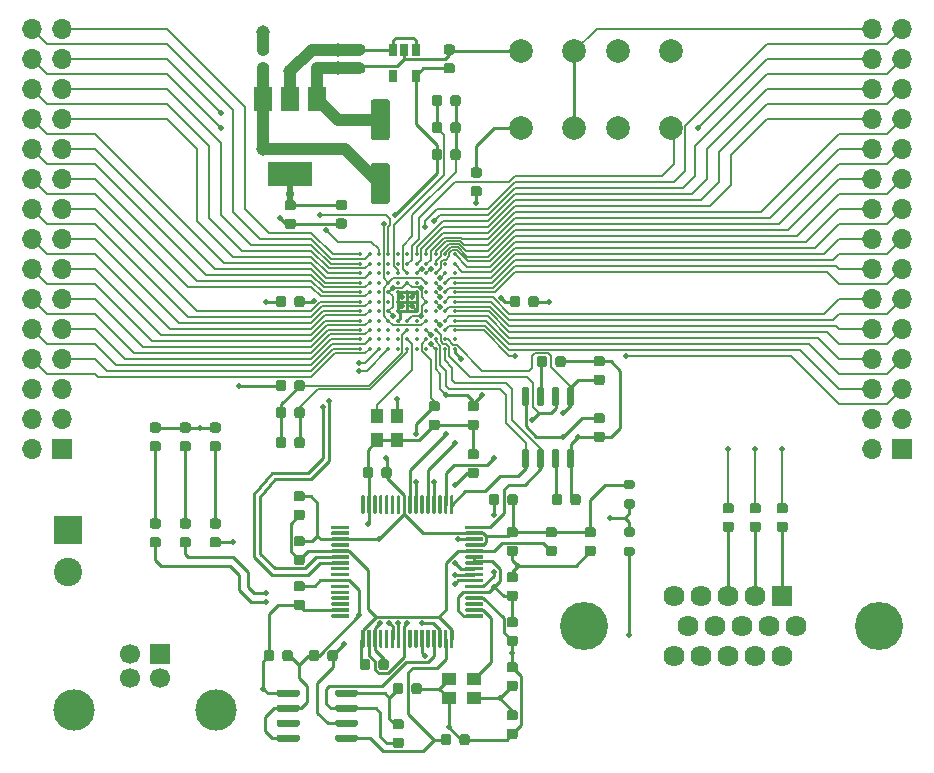
<source format=gbr>
G04 #@! TF.GenerationSoftware,KiCad,Pcbnew,(5.1.9-0-10_14)*
G04 #@! TF.CreationDate,2021-04-14T19:06:18-04:00*
G04 #@! TF.ProjectId,delux pet on a chip,64656c75-7820-4706-9574-206f6e206120,rev?*
G04 #@! TF.SameCoordinates,Original*
G04 #@! TF.FileFunction,Copper,L1,Top*
G04 #@! TF.FilePolarity,Positive*
%FSLAX46Y46*%
G04 Gerber Fmt 4.6, Leading zero omitted, Abs format (unit mm)*
G04 Created by KiCad (PCBNEW (5.1.9-0-10_14)) date 2021-04-14 19:06:18*
%MOMM*%
%LPD*%
G01*
G04 APERTURE LIST*
G04 #@! TA.AperFunction,ComponentPad*
%ADD10R,1.700000X1.700000*%
G04 #@! TD*
G04 #@! TA.AperFunction,ComponentPad*
%ADD11O,1.700000X1.700000*%
G04 #@! TD*
G04 #@! TA.AperFunction,ComponentPad*
%ADD12C,3.500000*%
G04 #@! TD*
G04 #@! TA.AperFunction,ComponentPad*
%ADD13C,1.700000*%
G04 #@! TD*
G04 #@! TA.AperFunction,ComponentPad*
%ADD14C,2.000000*%
G04 #@! TD*
G04 #@! TA.AperFunction,SMDPad,CuDef*
%ADD15R,3.800000X2.000000*%
G04 #@! TD*
G04 #@! TA.AperFunction,SMDPad,CuDef*
%ADD16R,1.500000X2.000000*%
G04 #@! TD*
G04 #@! TA.AperFunction,SMDPad,CuDef*
%ADD17R,0.650000X1.060000*%
G04 #@! TD*
G04 #@! TA.AperFunction,SMDPad,CuDef*
%ADD18C,0.350000*%
G04 #@! TD*
G04 #@! TA.AperFunction,SMDPad,CuDef*
%ADD19R,1.100000X1.300000*%
G04 #@! TD*
G04 #@! TA.AperFunction,SMDPad,CuDef*
%ADD20R,1.300000X1.100000*%
G04 #@! TD*
G04 #@! TA.AperFunction,ComponentPad*
%ADD21R,2.400000X2.400000*%
G04 #@! TD*
G04 #@! TA.AperFunction,ComponentPad*
%ADD22C,2.400000*%
G04 #@! TD*
G04 #@! TA.AperFunction,ComponentPad*
%ADD23C,4.065999*%
G04 #@! TD*
G04 #@! TA.AperFunction,ComponentPad*
%ADD24C,1.785000*%
G04 #@! TD*
G04 #@! TA.AperFunction,ComponentPad*
%ADD25R,1.785000X1.785000*%
G04 #@! TD*
G04 #@! TA.AperFunction,ViaPad*
%ADD26C,0.508000*%
G04 #@! TD*
G04 #@! TA.AperFunction,ViaPad*
%ADD27C,1.143000*%
G04 #@! TD*
G04 #@! TA.AperFunction,ViaPad*
%ADD28C,0.762000*%
G04 #@! TD*
G04 #@! TA.AperFunction,Conductor*
%ADD29C,0.254000*%
G04 #@! TD*
G04 #@! TA.AperFunction,Conductor*
%ADD30C,0.127000*%
G04 #@! TD*
G04 #@! TA.AperFunction,Conductor*
%ADD31C,1.016000*%
G04 #@! TD*
G04 #@! TA.AperFunction,Conductor*
%ADD32C,0.508000*%
G04 #@! TD*
G04 APERTURE END LIST*
G04 #@! TA.AperFunction,SMDPad,CuDef*
G36*
G01*
X128291000Y-129169000D02*
X127741000Y-129169000D01*
G75*
G02*
X127541000Y-128969000I0J200000D01*
G01*
X127541000Y-128569000D01*
G75*
G02*
X127741000Y-128369000I200000J0D01*
G01*
X128291000Y-128369000D01*
G75*
G02*
X128491000Y-128569000I0J-200000D01*
G01*
X128491000Y-128969000D01*
G75*
G02*
X128291000Y-129169000I-200000J0D01*
G01*
G37*
G04 #@! TD.AperFunction*
G04 #@! TA.AperFunction,SMDPad,CuDef*
G36*
G01*
X128291000Y-130819000D02*
X127741000Y-130819000D01*
G75*
G02*
X127541000Y-130619000I0J200000D01*
G01*
X127541000Y-130219000D01*
G75*
G02*
X127741000Y-130019000I200000J0D01*
G01*
X128291000Y-130019000D01*
G75*
G02*
X128491000Y-130219000I0J-200000D01*
G01*
X128491000Y-130619000D01*
G75*
G02*
X128291000Y-130819000I-200000J0D01*
G01*
G37*
G04 #@! TD.AperFunction*
G04 #@! TA.AperFunction,SMDPad,CuDef*
G36*
G01*
X128291000Y-133179000D02*
X127741000Y-133179000D01*
G75*
G02*
X127541000Y-132979000I0J200000D01*
G01*
X127541000Y-132579000D01*
G75*
G02*
X127741000Y-132379000I200000J0D01*
G01*
X128291000Y-132379000D01*
G75*
G02*
X128491000Y-132579000I0J-200000D01*
G01*
X128491000Y-132979000D01*
G75*
G02*
X128291000Y-133179000I-200000J0D01*
G01*
G37*
G04 #@! TD.AperFunction*
G04 #@! TA.AperFunction,SMDPad,CuDef*
G36*
G01*
X128291000Y-134829000D02*
X127741000Y-134829000D01*
G75*
G02*
X127541000Y-134629000I0J200000D01*
G01*
X127541000Y-134229000D01*
G75*
G02*
X127741000Y-134029000I200000J0D01*
G01*
X128291000Y-134029000D01*
G75*
G02*
X128491000Y-134229000I0J-200000D01*
G01*
X128491000Y-134629000D01*
G75*
G02*
X128291000Y-134829000I-200000J0D01*
G01*
G37*
G04 #@! TD.AperFunction*
D10*
X151130000Y-125730000D03*
D11*
X148590000Y-125730000D03*
X151130000Y-123190000D03*
X148590000Y-123190000D03*
X151130000Y-120650000D03*
X148590000Y-120650000D03*
X151130000Y-118110000D03*
X148590000Y-118110000D03*
X151130000Y-115570000D03*
X148590000Y-115570000D03*
X151130000Y-113030000D03*
X148590000Y-113030000D03*
X151130000Y-110490000D03*
X148590000Y-110490000D03*
X151130000Y-107950000D03*
X148590000Y-107950000D03*
X151130000Y-105410000D03*
X148590000Y-105410000D03*
X151130000Y-102870000D03*
X148590000Y-102870000D03*
X151130000Y-100330000D03*
X148590000Y-100330000D03*
X151130000Y-97790000D03*
X148590000Y-97790000D03*
X151130000Y-95250000D03*
X148590000Y-95250000D03*
X151130000Y-92710000D03*
X148590000Y-92710000D03*
X151130000Y-90170000D03*
X148590000Y-90170000D03*
X77470000Y-90170000D03*
X80010000Y-90170000D03*
X77470000Y-92710000D03*
X80010000Y-92710000D03*
X77470000Y-95250000D03*
X80010000Y-95250000D03*
X77470000Y-97790000D03*
X80010000Y-97790000D03*
X77470000Y-100330000D03*
X80010000Y-100330000D03*
X77470000Y-102870000D03*
X80010000Y-102870000D03*
X77470000Y-105410000D03*
X80010000Y-105410000D03*
X77470000Y-107950000D03*
X80010000Y-107950000D03*
X77470000Y-110490000D03*
X80010000Y-110490000D03*
X77470000Y-113030000D03*
X80010000Y-113030000D03*
X77470000Y-115570000D03*
X80010000Y-115570000D03*
X77470000Y-118110000D03*
X80010000Y-118110000D03*
X77470000Y-120650000D03*
X80010000Y-120650000D03*
X77470000Y-123190000D03*
X80010000Y-123190000D03*
X77470000Y-125730000D03*
D10*
X80010000Y-125730000D03*
G04 #@! TA.AperFunction,SMDPad,CuDef*
G36*
G01*
X107484000Y-99634000D02*
X106384000Y-99634000D01*
G75*
G02*
X106134000Y-99384000I0J250000D01*
G01*
X106134000Y-96384000D01*
G75*
G02*
X106384000Y-96134000I250000J0D01*
G01*
X107484000Y-96134000D01*
G75*
G02*
X107734000Y-96384000I0J-250000D01*
G01*
X107734000Y-99384000D01*
G75*
G02*
X107484000Y-99634000I-250000J0D01*
G01*
G37*
G04 #@! TD.AperFunction*
G04 #@! TA.AperFunction,SMDPad,CuDef*
G36*
G01*
X107484000Y-105034000D02*
X106384000Y-105034000D01*
G75*
G02*
X106134000Y-104784000I0J250000D01*
G01*
X106134000Y-101784000D01*
G75*
G02*
X106384000Y-101534000I250000J0D01*
G01*
X107484000Y-101534000D01*
G75*
G02*
X107734000Y-101784000I0J-250000D01*
G01*
X107734000Y-104784000D01*
G75*
G02*
X107484000Y-105034000I-250000J0D01*
G01*
G37*
G04 #@! TD.AperFunction*
G04 #@! TA.AperFunction,SMDPad,CuDef*
G36*
G01*
X100332250Y-134016000D02*
X99819750Y-134016000D01*
G75*
G02*
X99601000Y-133797250I0J218750D01*
G01*
X99601000Y-133359750D01*
G75*
G02*
X99819750Y-133141000I218750J0D01*
G01*
X100332250Y-133141000D01*
G75*
G02*
X100551000Y-133359750I0J-218750D01*
G01*
X100551000Y-133797250D01*
G75*
G02*
X100332250Y-134016000I-218750J0D01*
G01*
G37*
G04 #@! TD.AperFunction*
G04 #@! TA.AperFunction,SMDPad,CuDef*
G36*
G01*
X100332250Y-135591000D02*
X99819750Y-135591000D01*
G75*
G02*
X99601000Y-135372250I0J218750D01*
G01*
X99601000Y-134934750D01*
G75*
G02*
X99819750Y-134716000I218750J0D01*
G01*
X100332250Y-134716000D01*
G75*
G02*
X100551000Y-134934750I0J-218750D01*
G01*
X100551000Y-135372250D01*
G75*
G02*
X100332250Y-135591000I-218750J0D01*
G01*
G37*
G04 #@! TD.AperFunction*
G04 #@! TA.AperFunction,SMDPad,CuDef*
G36*
G01*
X121668250Y-134829000D02*
X121155750Y-134829000D01*
G75*
G02*
X120937000Y-134610250I0J218750D01*
G01*
X120937000Y-134172750D01*
G75*
G02*
X121155750Y-133954000I218750J0D01*
G01*
X121668250Y-133954000D01*
G75*
G02*
X121887000Y-134172750I0J-218750D01*
G01*
X121887000Y-134610250D01*
G75*
G02*
X121668250Y-134829000I-218750J0D01*
G01*
G37*
G04 #@! TD.AperFunction*
G04 #@! TA.AperFunction,SMDPad,CuDef*
G36*
G01*
X121668250Y-133254000D02*
X121155750Y-133254000D01*
G75*
G02*
X120937000Y-133035250I0J218750D01*
G01*
X120937000Y-132597750D01*
G75*
G02*
X121155750Y-132379000I218750J0D01*
G01*
X121668250Y-132379000D01*
G75*
G02*
X121887000Y-132597750I0J-218750D01*
G01*
X121887000Y-133035250D01*
G75*
G02*
X121668250Y-133254000I-218750J0D01*
G01*
G37*
G04 #@! TD.AperFunction*
D12*
X80995000Y-147864400D03*
X93035000Y-147864400D03*
D13*
X88265000Y-145154400D03*
X85765000Y-145154400D03*
X85765000Y-143154400D03*
D10*
X88265000Y-143154400D03*
D14*
X123372000Y-98552000D03*
X118872000Y-98552000D03*
X123372000Y-92052000D03*
X118872000Y-92052000D03*
G04 #@! TA.AperFunction,SMDPad,CuDef*
G36*
G01*
X115670000Y-139819000D02*
X115670000Y-139969000D01*
G75*
G02*
X115595000Y-140044000I-75000J0D01*
G01*
X114195000Y-140044000D01*
G75*
G02*
X114120000Y-139969000I0J75000D01*
G01*
X114120000Y-139819000D01*
G75*
G02*
X114195000Y-139744000I75000J0D01*
G01*
X115595000Y-139744000D01*
G75*
G02*
X115670000Y-139819000I0J-75000D01*
G01*
G37*
G04 #@! TD.AperFunction*
G04 #@! TA.AperFunction,SMDPad,CuDef*
G36*
G01*
X115670000Y-139319000D02*
X115670000Y-139469000D01*
G75*
G02*
X115595000Y-139544000I-75000J0D01*
G01*
X114195000Y-139544000D01*
G75*
G02*
X114120000Y-139469000I0J75000D01*
G01*
X114120000Y-139319000D01*
G75*
G02*
X114195000Y-139244000I75000J0D01*
G01*
X115595000Y-139244000D01*
G75*
G02*
X115670000Y-139319000I0J-75000D01*
G01*
G37*
G04 #@! TD.AperFunction*
G04 #@! TA.AperFunction,SMDPad,CuDef*
G36*
G01*
X115670000Y-138819000D02*
X115670000Y-138969000D01*
G75*
G02*
X115595000Y-139044000I-75000J0D01*
G01*
X114195000Y-139044000D01*
G75*
G02*
X114120000Y-138969000I0J75000D01*
G01*
X114120000Y-138819000D01*
G75*
G02*
X114195000Y-138744000I75000J0D01*
G01*
X115595000Y-138744000D01*
G75*
G02*
X115670000Y-138819000I0J-75000D01*
G01*
G37*
G04 #@! TD.AperFunction*
G04 #@! TA.AperFunction,SMDPad,CuDef*
G36*
G01*
X115670000Y-138319000D02*
X115670000Y-138469000D01*
G75*
G02*
X115595000Y-138544000I-75000J0D01*
G01*
X114195000Y-138544000D01*
G75*
G02*
X114120000Y-138469000I0J75000D01*
G01*
X114120000Y-138319000D01*
G75*
G02*
X114195000Y-138244000I75000J0D01*
G01*
X115595000Y-138244000D01*
G75*
G02*
X115670000Y-138319000I0J-75000D01*
G01*
G37*
G04 #@! TD.AperFunction*
G04 #@! TA.AperFunction,SMDPad,CuDef*
G36*
G01*
X115670000Y-137819000D02*
X115670000Y-137969000D01*
G75*
G02*
X115595000Y-138044000I-75000J0D01*
G01*
X114195000Y-138044000D01*
G75*
G02*
X114120000Y-137969000I0J75000D01*
G01*
X114120000Y-137819000D01*
G75*
G02*
X114195000Y-137744000I75000J0D01*
G01*
X115595000Y-137744000D01*
G75*
G02*
X115670000Y-137819000I0J-75000D01*
G01*
G37*
G04 #@! TD.AperFunction*
G04 #@! TA.AperFunction,SMDPad,CuDef*
G36*
G01*
X115670000Y-137319000D02*
X115670000Y-137469000D01*
G75*
G02*
X115595000Y-137544000I-75000J0D01*
G01*
X114195000Y-137544000D01*
G75*
G02*
X114120000Y-137469000I0J75000D01*
G01*
X114120000Y-137319000D01*
G75*
G02*
X114195000Y-137244000I75000J0D01*
G01*
X115595000Y-137244000D01*
G75*
G02*
X115670000Y-137319000I0J-75000D01*
G01*
G37*
G04 #@! TD.AperFunction*
G04 #@! TA.AperFunction,SMDPad,CuDef*
G36*
G01*
X115670000Y-136819000D02*
X115670000Y-136969000D01*
G75*
G02*
X115595000Y-137044000I-75000J0D01*
G01*
X114195000Y-137044000D01*
G75*
G02*
X114120000Y-136969000I0J75000D01*
G01*
X114120000Y-136819000D01*
G75*
G02*
X114195000Y-136744000I75000J0D01*
G01*
X115595000Y-136744000D01*
G75*
G02*
X115670000Y-136819000I0J-75000D01*
G01*
G37*
G04 #@! TD.AperFunction*
G04 #@! TA.AperFunction,SMDPad,CuDef*
G36*
G01*
X115670000Y-136319000D02*
X115670000Y-136469000D01*
G75*
G02*
X115595000Y-136544000I-75000J0D01*
G01*
X114195000Y-136544000D01*
G75*
G02*
X114120000Y-136469000I0J75000D01*
G01*
X114120000Y-136319000D01*
G75*
G02*
X114195000Y-136244000I75000J0D01*
G01*
X115595000Y-136244000D01*
G75*
G02*
X115670000Y-136319000I0J-75000D01*
G01*
G37*
G04 #@! TD.AperFunction*
G04 #@! TA.AperFunction,SMDPad,CuDef*
G36*
G01*
X115670000Y-135819000D02*
X115670000Y-135969000D01*
G75*
G02*
X115595000Y-136044000I-75000J0D01*
G01*
X114195000Y-136044000D01*
G75*
G02*
X114120000Y-135969000I0J75000D01*
G01*
X114120000Y-135819000D01*
G75*
G02*
X114195000Y-135744000I75000J0D01*
G01*
X115595000Y-135744000D01*
G75*
G02*
X115670000Y-135819000I0J-75000D01*
G01*
G37*
G04 #@! TD.AperFunction*
G04 #@! TA.AperFunction,SMDPad,CuDef*
G36*
G01*
X115670000Y-135319000D02*
X115670000Y-135469000D01*
G75*
G02*
X115595000Y-135544000I-75000J0D01*
G01*
X114195000Y-135544000D01*
G75*
G02*
X114120000Y-135469000I0J75000D01*
G01*
X114120000Y-135319000D01*
G75*
G02*
X114195000Y-135244000I75000J0D01*
G01*
X115595000Y-135244000D01*
G75*
G02*
X115670000Y-135319000I0J-75000D01*
G01*
G37*
G04 #@! TD.AperFunction*
G04 #@! TA.AperFunction,SMDPad,CuDef*
G36*
G01*
X115670000Y-134819000D02*
X115670000Y-134969000D01*
G75*
G02*
X115595000Y-135044000I-75000J0D01*
G01*
X114195000Y-135044000D01*
G75*
G02*
X114120000Y-134969000I0J75000D01*
G01*
X114120000Y-134819000D01*
G75*
G02*
X114195000Y-134744000I75000J0D01*
G01*
X115595000Y-134744000D01*
G75*
G02*
X115670000Y-134819000I0J-75000D01*
G01*
G37*
G04 #@! TD.AperFunction*
G04 #@! TA.AperFunction,SMDPad,CuDef*
G36*
G01*
X115670000Y-134319000D02*
X115670000Y-134469000D01*
G75*
G02*
X115595000Y-134544000I-75000J0D01*
G01*
X114195000Y-134544000D01*
G75*
G02*
X114120000Y-134469000I0J75000D01*
G01*
X114120000Y-134319000D01*
G75*
G02*
X114195000Y-134244000I75000J0D01*
G01*
X115595000Y-134244000D01*
G75*
G02*
X115670000Y-134319000I0J-75000D01*
G01*
G37*
G04 #@! TD.AperFunction*
G04 #@! TA.AperFunction,SMDPad,CuDef*
G36*
G01*
X115670000Y-133819000D02*
X115670000Y-133969000D01*
G75*
G02*
X115595000Y-134044000I-75000J0D01*
G01*
X114195000Y-134044000D01*
G75*
G02*
X114120000Y-133969000I0J75000D01*
G01*
X114120000Y-133819000D01*
G75*
G02*
X114195000Y-133744000I75000J0D01*
G01*
X115595000Y-133744000D01*
G75*
G02*
X115670000Y-133819000I0J-75000D01*
G01*
G37*
G04 #@! TD.AperFunction*
G04 #@! TA.AperFunction,SMDPad,CuDef*
G36*
G01*
X115670000Y-133319000D02*
X115670000Y-133469000D01*
G75*
G02*
X115595000Y-133544000I-75000J0D01*
G01*
X114195000Y-133544000D01*
G75*
G02*
X114120000Y-133469000I0J75000D01*
G01*
X114120000Y-133319000D01*
G75*
G02*
X114195000Y-133244000I75000J0D01*
G01*
X115595000Y-133244000D01*
G75*
G02*
X115670000Y-133319000I0J-75000D01*
G01*
G37*
G04 #@! TD.AperFunction*
G04 #@! TA.AperFunction,SMDPad,CuDef*
G36*
G01*
X115670000Y-132819000D02*
X115670000Y-132969000D01*
G75*
G02*
X115595000Y-133044000I-75000J0D01*
G01*
X114195000Y-133044000D01*
G75*
G02*
X114120000Y-132969000I0J75000D01*
G01*
X114120000Y-132819000D01*
G75*
G02*
X114195000Y-132744000I75000J0D01*
G01*
X115595000Y-132744000D01*
G75*
G02*
X115670000Y-132819000I0J-75000D01*
G01*
G37*
G04 #@! TD.AperFunction*
G04 #@! TA.AperFunction,SMDPad,CuDef*
G36*
G01*
X115670000Y-132319000D02*
X115670000Y-132469000D01*
G75*
G02*
X115595000Y-132544000I-75000J0D01*
G01*
X114195000Y-132544000D01*
G75*
G02*
X114120000Y-132469000I0J75000D01*
G01*
X114120000Y-132319000D01*
G75*
G02*
X114195000Y-132244000I75000J0D01*
G01*
X115595000Y-132244000D01*
G75*
G02*
X115670000Y-132319000I0J-75000D01*
G01*
G37*
G04 #@! TD.AperFunction*
G04 #@! TA.AperFunction,SMDPad,CuDef*
G36*
G01*
X113120000Y-129769000D02*
X113120000Y-131169000D01*
G75*
G02*
X113045000Y-131244000I-75000J0D01*
G01*
X112895000Y-131244000D01*
G75*
G02*
X112820000Y-131169000I0J75000D01*
G01*
X112820000Y-129769000D01*
G75*
G02*
X112895000Y-129694000I75000J0D01*
G01*
X113045000Y-129694000D01*
G75*
G02*
X113120000Y-129769000I0J-75000D01*
G01*
G37*
G04 #@! TD.AperFunction*
G04 #@! TA.AperFunction,SMDPad,CuDef*
G36*
G01*
X112620000Y-129769000D02*
X112620000Y-131169000D01*
G75*
G02*
X112545000Y-131244000I-75000J0D01*
G01*
X112395000Y-131244000D01*
G75*
G02*
X112320000Y-131169000I0J75000D01*
G01*
X112320000Y-129769000D01*
G75*
G02*
X112395000Y-129694000I75000J0D01*
G01*
X112545000Y-129694000D01*
G75*
G02*
X112620000Y-129769000I0J-75000D01*
G01*
G37*
G04 #@! TD.AperFunction*
G04 #@! TA.AperFunction,SMDPad,CuDef*
G36*
G01*
X112120000Y-129769000D02*
X112120000Y-131169000D01*
G75*
G02*
X112045000Y-131244000I-75000J0D01*
G01*
X111895000Y-131244000D01*
G75*
G02*
X111820000Y-131169000I0J75000D01*
G01*
X111820000Y-129769000D01*
G75*
G02*
X111895000Y-129694000I75000J0D01*
G01*
X112045000Y-129694000D01*
G75*
G02*
X112120000Y-129769000I0J-75000D01*
G01*
G37*
G04 #@! TD.AperFunction*
G04 #@! TA.AperFunction,SMDPad,CuDef*
G36*
G01*
X111620000Y-129769000D02*
X111620000Y-131169000D01*
G75*
G02*
X111545000Y-131244000I-75000J0D01*
G01*
X111395000Y-131244000D01*
G75*
G02*
X111320000Y-131169000I0J75000D01*
G01*
X111320000Y-129769000D01*
G75*
G02*
X111395000Y-129694000I75000J0D01*
G01*
X111545000Y-129694000D01*
G75*
G02*
X111620000Y-129769000I0J-75000D01*
G01*
G37*
G04 #@! TD.AperFunction*
G04 #@! TA.AperFunction,SMDPad,CuDef*
G36*
G01*
X111120000Y-129769000D02*
X111120000Y-131169000D01*
G75*
G02*
X111045000Y-131244000I-75000J0D01*
G01*
X110895000Y-131244000D01*
G75*
G02*
X110820000Y-131169000I0J75000D01*
G01*
X110820000Y-129769000D01*
G75*
G02*
X110895000Y-129694000I75000J0D01*
G01*
X111045000Y-129694000D01*
G75*
G02*
X111120000Y-129769000I0J-75000D01*
G01*
G37*
G04 #@! TD.AperFunction*
G04 #@! TA.AperFunction,SMDPad,CuDef*
G36*
G01*
X110620000Y-129769000D02*
X110620000Y-131169000D01*
G75*
G02*
X110545000Y-131244000I-75000J0D01*
G01*
X110395000Y-131244000D01*
G75*
G02*
X110320000Y-131169000I0J75000D01*
G01*
X110320000Y-129769000D01*
G75*
G02*
X110395000Y-129694000I75000J0D01*
G01*
X110545000Y-129694000D01*
G75*
G02*
X110620000Y-129769000I0J-75000D01*
G01*
G37*
G04 #@! TD.AperFunction*
G04 #@! TA.AperFunction,SMDPad,CuDef*
G36*
G01*
X110120000Y-129769000D02*
X110120000Y-131169000D01*
G75*
G02*
X110045000Y-131244000I-75000J0D01*
G01*
X109895000Y-131244000D01*
G75*
G02*
X109820000Y-131169000I0J75000D01*
G01*
X109820000Y-129769000D01*
G75*
G02*
X109895000Y-129694000I75000J0D01*
G01*
X110045000Y-129694000D01*
G75*
G02*
X110120000Y-129769000I0J-75000D01*
G01*
G37*
G04 #@! TD.AperFunction*
G04 #@! TA.AperFunction,SMDPad,CuDef*
G36*
G01*
X109620000Y-129769000D02*
X109620000Y-131169000D01*
G75*
G02*
X109545000Y-131244000I-75000J0D01*
G01*
X109395000Y-131244000D01*
G75*
G02*
X109320000Y-131169000I0J75000D01*
G01*
X109320000Y-129769000D01*
G75*
G02*
X109395000Y-129694000I75000J0D01*
G01*
X109545000Y-129694000D01*
G75*
G02*
X109620000Y-129769000I0J-75000D01*
G01*
G37*
G04 #@! TD.AperFunction*
G04 #@! TA.AperFunction,SMDPad,CuDef*
G36*
G01*
X109120000Y-129769000D02*
X109120000Y-131169000D01*
G75*
G02*
X109045000Y-131244000I-75000J0D01*
G01*
X108895000Y-131244000D01*
G75*
G02*
X108820000Y-131169000I0J75000D01*
G01*
X108820000Y-129769000D01*
G75*
G02*
X108895000Y-129694000I75000J0D01*
G01*
X109045000Y-129694000D01*
G75*
G02*
X109120000Y-129769000I0J-75000D01*
G01*
G37*
G04 #@! TD.AperFunction*
G04 #@! TA.AperFunction,SMDPad,CuDef*
G36*
G01*
X108620000Y-129769000D02*
X108620000Y-131169000D01*
G75*
G02*
X108545000Y-131244000I-75000J0D01*
G01*
X108395000Y-131244000D01*
G75*
G02*
X108320000Y-131169000I0J75000D01*
G01*
X108320000Y-129769000D01*
G75*
G02*
X108395000Y-129694000I75000J0D01*
G01*
X108545000Y-129694000D01*
G75*
G02*
X108620000Y-129769000I0J-75000D01*
G01*
G37*
G04 #@! TD.AperFunction*
G04 #@! TA.AperFunction,SMDPad,CuDef*
G36*
G01*
X108120000Y-129769000D02*
X108120000Y-131169000D01*
G75*
G02*
X108045000Y-131244000I-75000J0D01*
G01*
X107895000Y-131244000D01*
G75*
G02*
X107820000Y-131169000I0J75000D01*
G01*
X107820000Y-129769000D01*
G75*
G02*
X107895000Y-129694000I75000J0D01*
G01*
X108045000Y-129694000D01*
G75*
G02*
X108120000Y-129769000I0J-75000D01*
G01*
G37*
G04 #@! TD.AperFunction*
G04 #@! TA.AperFunction,SMDPad,CuDef*
G36*
G01*
X107620000Y-129769000D02*
X107620000Y-131169000D01*
G75*
G02*
X107545000Y-131244000I-75000J0D01*
G01*
X107395000Y-131244000D01*
G75*
G02*
X107320000Y-131169000I0J75000D01*
G01*
X107320000Y-129769000D01*
G75*
G02*
X107395000Y-129694000I75000J0D01*
G01*
X107545000Y-129694000D01*
G75*
G02*
X107620000Y-129769000I0J-75000D01*
G01*
G37*
G04 #@! TD.AperFunction*
G04 #@! TA.AperFunction,SMDPad,CuDef*
G36*
G01*
X107120000Y-129769000D02*
X107120000Y-131169000D01*
G75*
G02*
X107045000Y-131244000I-75000J0D01*
G01*
X106895000Y-131244000D01*
G75*
G02*
X106820000Y-131169000I0J75000D01*
G01*
X106820000Y-129769000D01*
G75*
G02*
X106895000Y-129694000I75000J0D01*
G01*
X107045000Y-129694000D01*
G75*
G02*
X107120000Y-129769000I0J-75000D01*
G01*
G37*
G04 #@! TD.AperFunction*
G04 #@! TA.AperFunction,SMDPad,CuDef*
G36*
G01*
X106620000Y-129769000D02*
X106620000Y-131169000D01*
G75*
G02*
X106545000Y-131244000I-75000J0D01*
G01*
X106395000Y-131244000D01*
G75*
G02*
X106320000Y-131169000I0J75000D01*
G01*
X106320000Y-129769000D01*
G75*
G02*
X106395000Y-129694000I75000J0D01*
G01*
X106545000Y-129694000D01*
G75*
G02*
X106620000Y-129769000I0J-75000D01*
G01*
G37*
G04 #@! TD.AperFunction*
G04 #@! TA.AperFunction,SMDPad,CuDef*
G36*
G01*
X106120000Y-129769000D02*
X106120000Y-131169000D01*
G75*
G02*
X106045000Y-131244000I-75000J0D01*
G01*
X105895000Y-131244000D01*
G75*
G02*
X105820000Y-131169000I0J75000D01*
G01*
X105820000Y-129769000D01*
G75*
G02*
X105895000Y-129694000I75000J0D01*
G01*
X106045000Y-129694000D01*
G75*
G02*
X106120000Y-129769000I0J-75000D01*
G01*
G37*
G04 #@! TD.AperFunction*
G04 #@! TA.AperFunction,SMDPad,CuDef*
G36*
G01*
X105620000Y-129769000D02*
X105620000Y-131169000D01*
G75*
G02*
X105545000Y-131244000I-75000J0D01*
G01*
X105395000Y-131244000D01*
G75*
G02*
X105320000Y-131169000I0J75000D01*
G01*
X105320000Y-129769000D01*
G75*
G02*
X105395000Y-129694000I75000J0D01*
G01*
X105545000Y-129694000D01*
G75*
G02*
X105620000Y-129769000I0J-75000D01*
G01*
G37*
G04 #@! TD.AperFunction*
G04 #@! TA.AperFunction,SMDPad,CuDef*
G36*
G01*
X104320000Y-132319000D02*
X104320000Y-132469000D01*
G75*
G02*
X104245000Y-132544000I-75000J0D01*
G01*
X102845000Y-132544000D01*
G75*
G02*
X102770000Y-132469000I0J75000D01*
G01*
X102770000Y-132319000D01*
G75*
G02*
X102845000Y-132244000I75000J0D01*
G01*
X104245000Y-132244000D01*
G75*
G02*
X104320000Y-132319000I0J-75000D01*
G01*
G37*
G04 #@! TD.AperFunction*
G04 #@! TA.AperFunction,SMDPad,CuDef*
G36*
G01*
X104320000Y-132819000D02*
X104320000Y-132969000D01*
G75*
G02*
X104245000Y-133044000I-75000J0D01*
G01*
X102845000Y-133044000D01*
G75*
G02*
X102770000Y-132969000I0J75000D01*
G01*
X102770000Y-132819000D01*
G75*
G02*
X102845000Y-132744000I75000J0D01*
G01*
X104245000Y-132744000D01*
G75*
G02*
X104320000Y-132819000I0J-75000D01*
G01*
G37*
G04 #@! TD.AperFunction*
G04 #@! TA.AperFunction,SMDPad,CuDef*
G36*
G01*
X104320000Y-133319000D02*
X104320000Y-133469000D01*
G75*
G02*
X104245000Y-133544000I-75000J0D01*
G01*
X102845000Y-133544000D01*
G75*
G02*
X102770000Y-133469000I0J75000D01*
G01*
X102770000Y-133319000D01*
G75*
G02*
X102845000Y-133244000I75000J0D01*
G01*
X104245000Y-133244000D01*
G75*
G02*
X104320000Y-133319000I0J-75000D01*
G01*
G37*
G04 #@! TD.AperFunction*
G04 #@! TA.AperFunction,SMDPad,CuDef*
G36*
G01*
X104320000Y-133819000D02*
X104320000Y-133969000D01*
G75*
G02*
X104245000Y-134044000I-75000J0D01*
G01*
X102845000Y-134044000D01*
G75*
G02*
X102770000Y-133969000I0J75000D01*
G01*
X102770000Y-133819000D01*
G75*
G02*
X102845000Y-133744000I75000J0D01*
G01*
X104245000Y-133744000D01*
G75*
G02*
X104320000Y-133819000I0J-75000D01*
G01*
G37*
G04 #@! TD.AperFunction*
G04 #@! TA.AperFunction,SMDPad,CuDef*
G36*
G01*
X104320000Y-134319000D02*
X104320000Y-134469000D01*
G75*
G02*
X104245000Y-134544000I-75000J0D01*
G01*
X102845000Y-134544000D01*
G75*
G02*
X102770000Y-134469000I0J75000D01*
G01*
X102770000Y-134319000D01*
G75*
G02*
X102845000Y-134244000I75000J0D01*
G01*
X104245000Y-134244000D01*
G75*
G02*
X104320000Y-134319000I0J-75000D01*
G01*
G37*
G04 #@! TD.AperFunction*
G04 #@! TA.AperFunction,SMDPad,CuDef*
G36*
G01*
X104320000Y-134819000D02*
X104320000Y-134969000D01*
G75*
G02*
X104245000Y-135044000I-75000J0D01*
G01*
X102845000Y-135044000D01*
G75*
G02*
X102770000Y-134969000I0J75000D01*
G01*
X102770000Y-134819000D01*
G75*
G02*
X102845000Y-134744000I75000J0D01*
G01*
X104245000Y-134744000D01*
G75*
G02*
X104320000Y-134819000I0J-75000D01*
G01*
G37*
G04 #@! TD.AperFunction*
G04 #@! TA.AperFunction,SMDPad,CuDef*
G36*
G01*
X104320000Y-135319000D02*
X104320000Y-135469000D01*
G75*
G02*
X104245000Y-135544000I-75000J0D01*
G01*
X102845000Y-135544000D01*
G75*
G02*
X102770000Y-135469000I0J75000D01*
G01*
X102770000Y-135319000D01*
G75*
G02*
X102845000Y-135244000I75000J0D01*
G01*
X104245000Y-135244000D01*
G75*
G02*
X104320000Y-135319000I0J-75000D01*
G01*
G37*
G04 #@! TD.AperFunction*
G04 #@! TA.AperFunction,SMDPad,CuDef*
G36*
G01*
X104320000Y-135819000D02*
X104320000Y-135969000D01*
G75*
G02*
X104245000Y-136044000I-75000J0D01*
G01*
X102845000Y-136044000D01*
G75*
G02*
X102770000Y-135969000I0J75000D01*
G01*
X102770000Y-135819000D01*
G75*
G02*
X102845000Y-135744000I75000J0D01*
G01*
X104245000Y-135744000D01*
G75*
G02*
X104320000Y-135819000I0J-75000D01*
G01*
G37*
G04 #@! TD.AperFunction*
G04 #@! TA.AperFunction,SMDPad,CuDef*
G36*
G01*
X104320000Y-136319000D02*
X104320000Y-136469000D01*
G75*
G02*
X104245000Y-136544000I-75000J0D01*
G01*
X102845000Y-136544000D01*
G75*
G02*
X102770000Y-136469000I0J75000D01*
G01*
X102770000Y-136319000D01*
G75*
G02*
X102845000Y-136244000I75000J0D01*
G01*
X104245000Y-136244000D01*
G75*
G02*
X104320000Y-136319000I0J-75000D01*
G01*
G37*
G04 #@! TD.AperFunction*
G04 #@! TA.AperFunction,SMDPad,CuDef*
G36*
G01*
X104320000Y-136819000D02*
X104320000Y-136969000D01*
G75*
G02*
X104245000Y-137044000I-75000J0D01*
G01*
X102845000Y-137044000D01*
G75*
G02*
X102770000Y-136969000I0J75000D01*
G01*
X102770000Y-136819000D01*
G75*
G02*
X102845000Y-136744000I75000J0D01*
G01*
X104245000Y-136744000D01*
G75*
G02*
X104320000Y-136819000I0J-75000D01*
G01*
G37*
G04 #@! TD.AperFunction*
G04 #@! TA.AperFunction,SMDPad,CuDef*
G36*
G01*
X104320000Y-137319000D02*
X104320000Y-137469000D01*
G75*
G02*
X104245000Y-137544000I-75000J0D01*
G01*
X102845000Y-137544000D01*
G75*
G02*
X102770000Y-137469000I0J75000D01*
G01*
X102770000Y-137319000D01*
G75*
G02*
X102845000Y-137244000I75000J0D01*
G01*
X104245000Y-137244000D01*
G75*
G02*
X104320000Y-137319000I0J-75000D01*
G01*
G37*
G04 #@! TD.AperFunction*
G04 #@! TA.AperFunction,SMDPad,CuDef*
G36*
G01*
X104320000Y-137819000D02*
X104320000Y-137969000D01*
G75*
G02*
X104245000Y-138044000I-75000J0D01*
G01*
X102845000Y-138044000D01*
G75*
G02*
X102770000Y-137969000I0J75000D01*
G01*
X102770000Y-137819000D01*
G75*
G02*
X102845000Y-137744000I75000J0D01*
G01*
X104245000Y-137744000D01*
G75*
G02*
X104320000Y-137819000I0J-75000D01*
G01*
G37*
G04 #@! TD.AperFunction*
G04 #@! TA.AperFunction,SMDPad,CuDef*
G36*
G01*
X104320000Y-138319000D02*
X104320000Y-138469000D01*
G75*
G02*
X104245000Y-138544000I-75000J0D01*
G01*
X102845000Y-138544000D01*
G75*
G02*
X102770000Y-138469000I0J75000D01*
G01*
X102770000Y-138319000D01*
G75*
G02*
X102845000Y-138244000I75000J0D01*
G01*
X104245000Y-138244000D01*
G75*
G02*
X104320000Y-138319000I0J-75000D01*
G01*
G37*
G04 #@! TD.AperFunction*
G04 #@! TA.AperFunction,SMDPad,CuDef*
G36*
G01*
X104320000Y-138819000D02*
X104320000Y-138969000D01*
G75*
G02*
X104245000Y-139044000I-75000J0D01*
G01*
X102845000Y-139044000D01*
G75*
G02*
X102770000Y-138969000I0J75000D01*
G01*
X102770000Y-138819000D01*
G75*
G02*
X102845000Y-138744000I75000J0D01*
G01*
X104245000Y-138744000D01*
G75*
G02*
X104320000Y-138819000I0J-75000D01*
G01*
G37*
G04 #@! TD.AperFunction*
G04 #@! TA.AperFunction,SMDPad,CuDef*
G36*
G01*
X104320000Y-139319000D02*
X104320000Y-139469000D01*
G75*
G02*
X104245000Y-139544000I-75000J0D01*
G01*
X102845000Y-139544000D01*
G75*
G02*
X102770000Y-139469000I0J75000D01*
G01*
X102770000Y-139319000D01*
G75*
G02*
X102845000Y-139244000I75000J0D01*
G01*
X104245000Y-139244000D01*
G75*
G02*
X104320000Y-139319000I0J-75000D01*
G01*
G37*
G04 #@! TD.AperFunction*
G04 #@! TA.AperFunction,SMDPad,CuDef*
G36*
G01*
X104320000Y-139819000D02*
X104320000Y-139969000D01*
G75*
G02*
X104245000Y-140044000I-75000J0D01*
G01*
X102845000Y-140044000D01*
G75*
G02*
X102770000Y-139969000I0J75000D01*
G01*
X102770000Y-139819000D01*
G75*
G02*
X102845000Y-139744000I75000J0D01*
G01*
X104245000Y-139744000D01*
G75*
G02*
X104320000Y-139819000I0J-75000D01*
G01*
G37*
G04 #@! TD.AperFunction*
G04 #@! TA.AperFunction,SMDPad,CuDef*
G36*
G01*
X105620000Y-141119000D02*
X105620000Y-142519000D01*
G75*
G02*
X105545000Y-142594000I-75000J0D01*
G01*
X105395000Y-142594000D01*
G75*
G02*
X105320000Y-142519000I0J75000D01*
G01*
X105320000Y-141119000D01*
G75*
G02*
X105395000Y-141044000I75000J0D01*
G01*
X105545000Y-141044000D01*
G75*
G02*
X105620000Y-141119000I0J-75000D01*
G01*
G37*
G04 #@! TD.AperFunction*
G04 #@! TA.AperFunction,SMDPad,CuDef*
G36*
G01*
X106120000Y-141119000D02*
X106120000Y-142519000D01*
G75*
G02*
X106045000Y-142594000I-75000J0D01*
G01*
X105895000Y-142594000D01*
G75*
G02*
X105820000Y-142519000I0J75000D01*
G01*
X105820000Y-141119000D01*
G75*
G02*
X105895000Y-141044000I75000J0D01*
G01*
X106045000Y-141044000D01*
G75*
G02*
X106120000Y-141119000I0J-75000D01*
G01*
G37*
G04 #@! TD.AperFunction*
G04 #@! TA.AperFunction,SMDPad,CuDef*
G36*
G01*
X106620000Y-141119000D02*
X106620000Y-142519000D01*
G75*
G02*
X106545000Y-142594000I-75000J0D01*
G01*
X106395000Y-142594000D01*
G75*
G02*
X106320000Y-142519000I0J75000D01*
G01*
X106320000Y-141119000D01*
G75*
G02*
X106395000Y-141044000I75000J0D01*
G01*
X106545000Y-141044000D01*
G75*
G02*
X106620000Y-141119000I0J-75000D01*
G01*
G37*
G04 #@! TD.AperFunction*
G04 #@! TA.AperFunction,SMDPad,CuDef*
G36*
G01*
X107120000Y-141119000D02*
X107120000Y-142519000D01*
G75*
G02*
X107045000Y-142594000I-75000J0D01*
G01*
X106895000Y-142594000D01*
G75*
G02*
X106820000Y-142519000I0J75000D01*
G01*
X106820000Y-141119000D01*
G75*
G02*
X106895000Y-141044000I75000J0D01*
G01*
X107045000Y-141044000D01*
G75*
G02*
X107120000Y-141119000I0J-75000D01*
G01*
G37*
G04 #@! TD.AperFunction*
G04 #@! TA.AperFunction,SMDPad,CuDef*
G36*
G01*
X107620000Y-141119000D02*
X107620000Y-142519000D01*
G75*
G02*
X107545000Y-142594000I-75000J0D01*
G01*
X107395000Y-142594000D01*
G75*
G02*
X107320000Y-142519000I0J75000D01*
G01*
X107320000Y-141119000D01*
G75*
G02*
X107395000Y-141044000I75000J0D01*
G01*
X107545000Y-141044000D01*
G75*
G02*
X107620000Y-141119000I0J-75000D01*
G01*
G37*
G04 #@! TD.AperFunction*
G04 #@! TA.AperFunction,SMDPad,CuDef*
G36*
G01*
X108120000Y-141119000D02*
X108120000Y-142519000D01*
G75*
G02*
X108045000Y-142594000I-75000J0D01*
G01*
X107895000Y-142594000D01*
G75*
G02*
X107820000Y-142519000I0J75000D01*
G01*
X107820000Y-141119000D01*
G75*
G02*
X107895000Y-141044000I75000J0D01*
G01*
X108045000Y-141044000D01*
G75*
G02*
X108120000Y-141119000I0J-75000D01*
G01*
G37*
G04 #@! TD.AperFunction*
G04 #@! TA.AperFunction,SMDPad,CuDef*
G36*
G01*
X108620000Y-141119000D02*
X108620000Y-142519000D01*
G75*
G02*
X108545000Y-142594000I-75000J0D01*
G01*
X108395000Y-142594000D01*
G75*
G02*
X108320000Y-142519000I0J75000D01*
G01*
X108320000Y-141119000D01*
G75*
G02*
X108395000Y-141044000I75000J0D01*
G01*
X108545000Y-141044000D01*
G75*
G02*
X108620000Y-141119000I0J-75000D01*
G01*
G37*
G04 #@! TD.AperFunction*
G04 #@! TA.AperFunction,SMDPad,CuDef*
G36*
G01*
X109120000Y-141119000D02*
X109120000Y-142519000D01*
G75*
G02*
X109045000Y-142594000I-75000J0D01*
G01*
X108895000Y-142594000D01*
G75*
G02*
X108820000Y-142519000I0J75000D01*
G01*
X108820000Y-141119000D01*
G75*
G02*
X108895000Y-141044000I75000J0D01*
G01*
X109045000Y-141044000D01*
G75*
G02*
X109120000Y-141119000I0J-75000D01*
G01*
G37*
G04 #@! TD.AperFunction*
G04 #@! TA.AperFunction,SMDPad,CuDef*
G36*
G01*
X109620000Y-141119000D02*
X109620000Y-142519000D01*
G75*
G02*
X109545000Y-142594000I-75000J0D01*
G01*
X109395000Y-142594000D01*
G75*
G02*
X109320000Y-142519000I0J75000D01*
G01*
X109320000Y-141119000D01*
G75*
G02*
X109395000Y-141044000I75000J0D01*
G01*
X109545000Y-141044000D01*
G75*
G02*
X109620000Y-141119000I0J-75000D01*
G01*
G37*
G04 #@! TD.AperFunction*
G04 #@! TA.AperFunction,SMDPad,CuDef*
G36*
G01*
X110120000Y-141119000D02*
X110120000Y-142519000D01*
G75*
G02*
X110045000Y-142594000I-75000J0D01*
G01*
X109895000Y-142594000D01*
G75*
G02*
X109820000Y-142519000I0J75000D01*
G01*
X109820000Y-141119000D01*
G75*
G02*
X109895000Y-141044000I75000J0D01*
G01*
X110045000Y-141044000D01*
G75*
G02*
X110120000Y-141119000I0J-75000D01*
G01*
G37*
G04 #@! TD.AperFunction*
G04 #@! TA.AperFunction,SMDPad,CuDef*
G36*
G01*
X110620000Y-141119000D02*
X110620000Y-142519000D01*
G75*
G02*
X110545000Y-142594000I-75000J0D01*
G01*
X110395000Y-142594000D01*
G75*
G02*
X110320000Y-142519000I0J75000D01*
G01*
X110320000Y-141119000D01*
G75*
G02*
X110395000Y-141044000I75000J0D01*
G01*
X110545000Y-141044000D01*
G75*
G02*
X110620000Y-141119000I0J-75000D01*
G01*
G37*
G04 #@! TD.AperFunction*
G04 #@! TA.AperFunction,SMDPad,CuDef*
G36*
G01*
X111120000Y-141119000D02*
X111120000Y-142519000D01*
G75*
G02*
X111045000Y-142594000I-75000J0D01*
G01*
X110895000Y-142594000D01*
G75*
G02*
X110820000Y-142519000I0J75000D01*
G01*
X110820000Y-141119000D01*
G75*
G02*
X110895000Y-141044000I75000J0D01*
G01*
X111045000Y-141044000D01*
G75*
G02*
X111120000Y-141119000I0J-75000D01*
G01*
G37*
G04 #@! TD.AperFunction*
G04 #@! TA.AperFunction,SMDPad,CuDef*
G36*
G01*
X111620000Y-141119000D02*
X111620000Y-142519000D01*
G75*
G02*
X111545000Y-142594000I-75000J0D01*
G01*
X111395000Y-142594000D01*
G75*
G02*
X111320000Y-142519000I0J75000D01*
G01*
X111320000Y-141119000D01*
G75*
G02*
X111395000Y-141044000I75000J0D01*
G01*
X111545000Y-141044000D01*
G75*
G02*
X111620000Y-141119000I0J-75000D01*
G01*
G37*
G04 #@! TD.AperFunction*
G04 #@! TA.AperFunction,SMDPad,CuDef*
G36*
G01*
X112120000Y-141119000D02*
X112120000Y-142519000D01*
G75*
G02*
X112045000Y-142594000I-75000J0D01*
G01*
X111895000Y-142594000D01*
G75*
G02*
X111820000Y-142519000I0J75000D01*
G01*
X111820000Y-141119000D01*
G75*
G02*
X111895000Y-141044000I75000J0D01*
G01*
X112045000Y-141044000D01*
G75*
G02*
X112120000Y-141119000I0J-75000D01*
G01*
G37*
G04 #@! TD.AperFunction*
G04 #@! TA.AperFunction,SMDPad,CuDef*
G36*
G01*
X112620000Y-141119000D02*
X112620000Y-142519000D01*
G75*
G02*
X112545000Y-142594000I-75000J0D01*
G01*
X112395000Y-142594000D01*
G75*
G02*
X112320000Y-142519000I0J75000D01*
G01*
X112320000Y-141119000D01*
G75*
G02*
X112395000Y-141044000I75000J0D01*
G01*
X112545000Y-141044000D01*
G75*
G02*
X112620000Y-141119000I0J-75000D01*
G01*
G37*
G04 #@! TD.AperFunction*
G04 #@! TA.AperFunction,SMDPad,CuDef*
G36*
G01*
X113120000Y-141119000D02*
X113120000Y-142519000D01*
G75*
G02*
X113045000Y-142594000I-75000J0D01*
G01*
X112895000Y-142594000D01*
G75*
G02*
X112820000Y-142519000I0J75000D01*
G01*
X112820000Y-141119000D01*
G75*
G02*
X112895000Y-141044000I75000J0D01*
G01*
X113045000Y-141044000D01*
G75*
G02*
X113120000Y-141119000I0J-75000D01*
G01*
G37*
G04 #@! TD.AperFunction*
D15*
X99314000Y-102464000D03*
D16*
X99314000Y-96164000D03*
X97014000Y-96164000D03*
X101614000Y-96164000D03*
D17*
X109916000Y-91948000D03*
X108966000Y-91948000D03*
X108016000Y-91948000D03*
X108016000Y-94148000D03*
X109916000Y-94148000D03*
G04 #@! TA.AperFunction,SMDPad,CuDef*
G36*
G01*
X122913000Y-120502000D02*
X123213000Y-120502000D01*
G75*
G02*
X123363000Y-120652000I0J-150000D01*
G01*
X123363000Y-122002000D01*
G75*
G02*
X123213000Y-122152000I-150000J0D01*
G01*
X122913000Y-122152000D01*
G75*
G02*
X122763000Y-122002000I0J150000D01*
G01*
X122763000Y-120652000D01*
G75*
G02*
X122913000Y-120502000I150000J0D01*
G01*
G37*
G04 #@! TD.AperFunction*
G04 #@! TA.AperFunction,SMDPad,CuDef*
G36*
G01*
X121643000Y-120502000D02*
X121943000Y-120502000D01*
G75*
G02*
X122093000Y-120652000I0J-150000D01*
G01*
X122093000Y-122002000D01*
G75*
G02*
X121943000Y-122152000I-150000J0D01*
G01*
X121643000Y-122152000D01*
G75*
G02*
X121493000Y-122002000I0J150000D01*
G01*
X121493000Y-120652000D01*
G75*
G02*
X121643000Y-120502000I150000J0D01*
G01*
G37*
G04 #@! TD.AperFunction*
G04 #@! TA.AperFunction,SMDPad,CuDef*
G36*
G01*
X120373000Y-120502000D02*
X120673000Y-120502000D01*
G75*
G02*
X120823000Y-120652000I0J-150000D01*
G01*
X120823000Y-122002000D01*
G75*
G02*
X120673000Y-122152000I-150000J0D01*
G01*
X120373000Y-122152000D01*
G75*
G02*
X120223000Y-122002000I0J150000D01*
G01*
X120223000Y-120652000D01*
G75*
G02*
X120373000Y-120502000I150000J0D01*
G01*
G37*
G04 #@! TD.AperFunction*
G04 #@! TA.AperFunction,SMDPad,CuDef*
G36*
G01*
X119103000Y-120502000D02*
X119403000Y-120502000D01*
G75*
G02*
X119553000Y-120652000I0J-150000D01*
G01*
X119553000Y-122002000D01*
G75*
G02*
X119403000Y-122152000I-150000J0D01*
G01*
X119103000Y-122152000D01*
G75*
G02*
X118953000Y-122002000I0J150000D01*
G01*
X118953000Y-120652000D01*
G75*
G02*
X119103000Y-120502000I150000J0D01*
G01*
G37*
G04 #@! TD.AperFunction*
G04 #@! TA.AperFunction,SMDPad,CuDef*
G36*
G01*
X119103000Y-125752000D02*
X119403000Y-125752000D01*
G75*
G02*
X119553000Y-125902000I0J-150000D01*
G01*
X119553000Y-127252000D01*
G75*
G02*
X119403000Y-127402000I-150000J0D01*
G01*
X119103000Y-127402000D01*
G75*
G02*
X118953000Y-127252000I0J150000D01*
G01*
X118953000Y-125902000D01*
G75*
G02*
X119103000Y-125752000I150000J0D01*
G01*
G37*
G04 #@! TD.AperFunction*
G04 #@! TA.AperFunction,SMDPad,CuDef*
G36*
G01*
X120373000Y-125752000D02*
X120673000Y-125752000D01*
G75*
G02*
X120823000Y-125902000I0J-150000D01*
G01*
X120823000Y-127252000D01*
G75*
G02*
X120673000Y-127402000I-150000J0D01*
G01*
X120373000Y-127402000D01*
G75*
G02*
X120223000Y-127252000I0J150000D01*
G01*
X120223000Y-125902000D01*
G75*
G02*
X120373000Y-125752000I150000J0D01*
G01*
G37*
G04 #@! TD.AperFunction*
G04 #@! TA.AperFunction,SMDPad,CuDef*
G36*
G01*
X121643000Y-125752000D02*
X121943000Y-125752000D01*
G75*
G02*
X122093000Y-125902000I0J-150000D01*
G01*
X122093000Y-127252000D01*
G75*
G02*
X121943000Y-127402000I-150000J0D01*
G01*
X121643000Y-127402000D01*
G75*
G02*
X121493000Y-127252000I0J150000D01*
G01*
X121493000Y-125902000D01*
G75*
G02*
X121643000Y-125752000I150000J0D01*
G01*
G37*
G04 #@! TD.AperFunction*
G04 #@! TA.AperFunction,SMDPad,CuDef*
G36*
G01*
X122913000Y-125752000D02*
X123213000Y-125752000D01*
G75*
G02*
X123363000Y-125902000I0J-150000D01*
G01*
X123363000Y-127252000D01*
G75*
G02*
X123213000Y-127402000I-150000J0D01*
G01*
X122913000Y-127402000D01*
G75*
G02*
X122763000Y-127252000I0J150000D01*
G01*
X122763000Y-125902000D01*
G75*
G02*
X122913000Y-125752000I150000J0D01*
G01*
G37*
G04 #@! TD.AperFunction*
D18*
X105220000Y-109284000D03*
X105220000Y-110084000D03*
X105220000Y-110884000D03*
X105220000Y-111684000D03*
X105220000Y-112484000D03*
X105220000Y-113284000D03*
X105220000Y-114084000D03*
X105220000Y-114884000D03*
X105220000Y-115684000D03*
X105220000Y-116484000D03*
X105220000Y-117284000D03*
X106020000Y-109284000D03*
X106020000Y-110084000D03*
X106020000Y-110884000D03*
X106020000Y-111684000D03*
X106020000Y-112484000D03*
X106020000Y-113284000D03*
X106020000Y-114084000D03*
X106020000Y-114884000D03*
X106020000Y-115684000D03*
X106020000Y-116484000D03*
X106020000Y-117284000D03*
X106820000Y-109284000D03*
X106820000Y-110084000D03*
X106820000Y-110884000D03*
X106820000Y-111684000D03*
X106820000Y-112484000D03*
X106820000Y-113284000D03*
X106820000Y-114084000D03*
X106820000Y-114884000D03*
X106820000Y-115684000D03*
X106820000Y-116484000D03*
X106820000Y-117284000D03*
X107620000Y-109284000D03*
X107620000Y-110084000D03*
X107620000Y-110884000D03*
X107620000Y-111684000D03*
X107620000Y-112484000D03*
X107620000Y-113284000D03*
X107620000Y-114084000D03*
X107620000Y-114884000D03*
X107620000Y-115684000D03*
X107620000Y-116484000D03*
X107620000Y-117284000D03*
X108420000Y-109284000D03*
X108420000Y-110084000D03*
X108420000Y-110884000D03*
X108420000Y-111684000D03*
X108420000Y-112484000D03*
X108420000Y-113284000D03*
X108420000Y-114084000D03*
X108420000Y-114884000D03*
X108420000Y-115684000D03*
X108420000Y-116484000D03*
X108420000Y-117284000D03*
X109220000Y-109284000D03*
X109220000Y-110084000D03*
X109220000Y-110884000D03*
X109220000Y-111684000D03*
X109220000Y-112484000D03*
X109220000Y-113284000D03*
X109220000Y-114084000D03*
X109220000Y-114884000D03*
X109220000Y-115684000D03*
X109220000Y-116484000D03*
X109220000Y-117284000D03*
X110020000Y-109284000D03*
X110020000Y-110084000D03*
X110020000Y-110884000D03*
X110020000Y-111684000D03*
X110020000Y-112484000D03*
X110020000Y-113284000D03*
X110020000Y-114084000D03*
X110020000Y-114884000D03*
X110020000Y-115684000D03*
X110020000Y-116484000D03*
X110020000Y-117284000D03*
X110820000Y-109284000D03*
X110820000Y-110084000D03*
X110820000Y-110884000D03*
X110820000Y-111684000D03*
X110820000Y-112484000D03*
X110820000Y-113284000D03*
X110820000Y-114084000D03*
X110820000Y-114884000D03*
X110820000Y-115684000D03*
X110820000Y-116484000D03*
X110820000Y-117284000D03*
X111620000Y-109284000D03*
X111620000Y-110084000D03*
X111620000Y-110884000D03*
X111620000Y-111684000D03*
X111620000Y-112484000D03*
X111620000Y-113284000D03*
X111620000Y-114084000D03*
X111620000Y-114884000D03*
X111620000Y-115684000D03*
X111620000Y-116484000D03*
X111620000Y-117284000D03*
X112420000Y-109284000D03*
X112420000Y-110084000D03*
X112420000Y-110884000D03*
X112420000Y-111684000D03*
X112420000Y-112484000D03*
X112420000Y-113284000D03*
X112420000Y-114084000D03*
X112420000Y-114884000D03*
X112420000Y-115684000D03*
X112420000Y-116484000D03*
X112420000Y-117284000D03*
X113220000Y-109284000D03*
X113220000Y-110084000D03*
X113220000Y-110884000D03*
X113220000Y-111684000D03*
X113220000Y-112484000D03*
X113220000Y-113284000D03*
X113220000Y-114084000D03*
X113220000Y-114884000D03*
X113220000Y-115684000D03*
X113220000Y-116484000D03*
X113220000Y-117284000D03*
D19*
X108330000Y-125036000D03*
X108330000Y-122936000D03*
X106680000Y-122936000D03*
X106680000Y-125036000D03*
D20*
X112742000Y-145225000D03*
X114842000Y-145225000D03*
X114842000Y-146875000D03*
X112742000Y-146875000D03*
G04 #@! TA.AperFunction,SMDPad,CuDef*
G36*
G01*
X99819750Y-138526000D02*
X100332250Y-138526000D01*
G75*
G02*
X100551000Y-138744750I0J-218750D01*
G01*
X100551000Y-139182250D01*
G75*
G02*
X100332250Y-139401000I-218750J0D01*
G01*
X99819750Y-139401000D01*
G75*
G02*
X99601000Y-139182250I0J218750D01*
G01*
X99601000Y-138744750D01*
G75*
G02*
X99819750Y-138526000I218750J0D01*
G01*
G37*
G04 #@! TD.AperFunction*
G04 #@! TA.AperFunction,SMDPad,CuDef*
G36*
G01*
X99819750Y-136951000D02*
X100332250Y-136951000D01*
G75*
G02*
X100551000Y-137169750I0J-218750D01*
G01*
X100551000Y-137607250D01*
G75*
G02*
X100332250Y-137826000I-218750J0D01*
G01*
X99819750Y-137826000D01*
G75*
G02*
X99601000Y-137607250I0J218750D01*
G01*
X99601000Y-137169750D01*
G75*
G02*
X99819750Y-136951000I218750J0D01*
G01*
G37*
G04 #@! TD.AperFunction*
G04 #@! TA.AperFunction,SMDPad,CuDef*
G36*
G01*
X107030000Y-128018250D02*
X107030000Y-127505750D01*
G75*
G02*
X107248750Y-127287000I218750J0D01*
G01*
X107686250Y-127287000D01*
G75*
G02*
X107905000Y-127505750I0J-218750D01*
G01*
X107905000Y-128018250D01*
G75*
G02*
X107686250Y-128237000I-218750J0D01*
G01*
X107248750Y-128237000D01*
G75*
G02*
X107030000Y-128018250I0J218750D01*
G01*
G37*
G04 #@! TD.AperFunction*
G04 #@! TA.AperFunction,SMDPad,CuDef*
G36*
G01*
X105455000Y-128018250D02*
X105455000Y-127505750D01*
G75*
G02*
X105673750Y-127287000I218750J0D01*
G01*
X106111250Y-127287000D01*
G75*
G02*
X106330000Y-127505750I0J-218750D01*
G01*
X106330000Y-128018250D01*
G75*
G02*
X106111250Y-128237000I-218750J0D01*
G01*
X105673750Y-128237000D01*
G75*
G02*
X105455000Y-128018250I0J218750D01*
G01*
G37*
G04 #@! TD.AperFunction*
G04 #@! TA.AperFunction,SMDPad,CuDef*
G36*
G01*
X105201000Y-144274250D02*
X105201000Y-143761750D01*
G75*
G02*
X105419750Y-143543000I218750J0D01*
G01*
X105857250Y-143543000D01*
G75*
G02*
X106076000Y-143761750I0J-218750D01*
G01*
X106076000Y-144274250D01*
G75*
G02*
X105857250Y-144493000I-218750J0D01*
G01*
X105419750Y-144493000D01*
G75*
G02*
X105201000Y-144274250I0J218750D01*
G01*
G37*
G04 #@! TD.AperFunction*
G04 #@! TA.AperFunction,SMDPad,CuDef*
G36*
G01*
X106776000Y-144274250D02*
X106776000Y-143761750D01*
G75*
G02*
X106994750Y-143543000I218750J0D01*
G01*
X107432250Y-143543000D01*
G75*
G02*
X107651000Y-143761750I0J-218750D01*
G01*
X107651000Y-144274250D01*
G75*
G02*
X107432250Y-144493000I-218750J0D01*
G01*
X106994750Y-144493000D01*
G75*
G02*
X106776000Y-144274250I0J218750D01*
G01*
G37*
G04 #@! TD.AperFunction*
G04 #@! TA.AperFunction,SMDPad,CuDef*
G36*
G01*
X97948000Y-142999750D02*
X97948000Y-143512250D01*
G75*
G02*
X97729250Y-143731000I-218750J0D01*
G01*
X97291750Y-143731000D01*
G75*
G02*
X97073000Y-143512250I0J218750D01*
G01*
X97073000Y-142999750D01*
G75*
G02*
X97291750Y-142781000I218750J0D01*
G01*
X97729250Y-142781000D01*
G75*
G02*
X97948000Y-142999750I0J-218750D01*
G01*
G37*
G04 #@! TD.AperFunction*
G04 #@! TA.AperFunction,SMDPad,CuDef*
G36*
G01*
X99523000Y-142999750D02*
X99523000Y-143512250D01*
G75*
G02*
X99304250Y-143731000I-218750J0D01*
G01*
X98866750Y-143731000D01*
G75*
G02*
X98648000Y-143512250I0J218750D01*
G01*
X98648000Y-142999750D01*
G75*
G02*
X98866750Y-142781000I218750J0D01*
G01*
X99304250Y-142781000D01*
G75*
G02*
X99523000Y-142999750I0J-218750D01*
G01*
G37*
G04 #@! TD.AperFunction*
G04 #@! TA.AperFunction,SMDPad,CuDef*
G36*
G01*
X118366250Y-150323000D02*
X117853750Y-150323000D01*
G75*
G02*
X117635000Y-150104250I0J218750D01*
G01*
X117635000Y-149666750D01*
G75*
G02*
X117853750Y-149448000I218750J0D01*
G01*
X118366250Y-149448000D01*
G75*
G02*
X118585000Y-149666750I0J-218750D01*
G01*
X118585000Y-150104250D01*
G75*
G02*
X118366250Y-150323000I-218750J0D01*
G01*
G37*
G04 #@! TD.AperFunction*
G04 #@! TA.AperFunction,SMDPad,CuDef*
G36*
G01*
X118366250Y-148748000D02*
X117853750Y-148748000D01*
G75*
G02*
X117635000Y-148529250I0J218750D01*
G01*
X117635000Y-148091750D01*
G75*
G02*
X117853750Y-147873000I218750J0D01*
G01*
X118366250Y-147873000D01*
G75*
G02*
X118585000Y-148091750I0J-218750D01*
G01*
X118585000Y-148529250D01*
G75*
G02*
X118366250Y-148748000I-218750J0D01*
G01*
G37*
G04 #@! TD.AperFunction*
G04 #@! TA.AperFunction,SMDPad,CuDef*
G36*
G01*
X124970250Y-133254000D02*
X124457750Y-133254000D01*
G75*
G02*
X124239000Y-133035250I0J218750D01*
G01*
X124239000Y-132597750D01*
G75*
G02*
X124457750Y-132379000I218750J0D01*
G01*
X124970250Y-132379000D01*
G75*
G02*
X125189000Y-132597750I0J-218750D01*
G01*
X125189000Y-133035250D01*
G75*
G02*
X124970250Y-133254000I-218750J0D01*
G01*
G37*
G04 #@! TD.AperFunction*
G04 #@! TA.AperFunction,SMDPad,CuDef*
G36*
G01*
X124970250Y-134829000D02*
X124457750Y-134829000D01*
G75*
G02*
X124239000Y-134610250I0J218750D01*
G01*
X124239000Y-134172750D01*
G75*
G02*
X124457750Y-133954000I218750J0D01*
G01*
X124970250Y-133954000D01*
G75*
G02*
X125189000Y-134172750I0J-218750D01*
G01*
X125189000Y-134610250D01*
G75*
G02*
X124970250Y-134829000I-218750J0D01*
G01*
G37*
G04 #@! TD.AperFunction*
G04 #@! TA.AperFunction,SMDPad,CuDef*
G36*
G01*
X100332250Y-131781000D02*
X99819750Y-131781000D01*
G75*
G02*
X99601000Y-131562250I0J218750D01*
G01*
X99601000Y-131124750D01*
G75*
G02*
X99819750Y-130906000I218750J0D01*
G01*
X100332250Y-130906000D01*
G75*
G02*
X100551000Y-131124750I0J-218750D01*
G01*
X100551000Y-131562250D01*
G75*
G02*
X100332250Y-131781000I-218750J0D01*
G01*
G37*
G04 #@! TD.AperFunction*
G04 #@! TA.AperFunction,SMDPad,CuDef*
G36*
G01*
X100332250Y-130206000D02*
X99819750Y-130206000D01*
G75*
G02*
X99601000Y-129987250I0J218750D01*
G01*
X99601000Y-129549750D01*
G75*
G02*
X99819750Y-129331000I218750J0D01*
G01*
X100332250Y-129331000D01*
G75*
G02*
X100551000Y-129549750I0J-218750D01*
G01*
X100551000Y-129987250D01*
G75*
G02*
X100332250Y-130206000I-218750J0D01*
G01*
G37*
G04 #@! TD.AperFunction*
G04 #@! TA.AperFunction,SMDPad,CuDef*
G36*
G01*
X117853750Y-145384000D02*
X118366250Y-145384000D01*
G75*
G02*
X118585000Y-145602750I0J-218750D01*
G01*
X118585000Y-146040250D01*
G75*
G02*
X118366250Y-146259000I-218750J0D01*
G01*
X117853750Y-146259000D01*
G75*
G02*
X117635000Y-146040250I0J218750D01*
G01*
X117635000Y-145602750D01*
G75*
G02*
X117853750Y-145384000I218750J0D01*
G01*
G37*
G04 #@! TD.AperFunction*
G04 #@! TA.AperFunction,SMDPad,CuDef*
G36*
G01*
X117853750Y-143809000D02*
X118366250Y-143809000D01*
G75*
G02*
X118585000Y-144027750I0J-218750D01*
G01*
X118585000Y-144465250D01*
G75*
G02*
X118366250Y-144684000I-218750J0D01*
G01*
X117853750Y-144684000D01*
G75*
G02*
X117635000Y-144465250I0J218750D01*
G01*
X117635000Y-144027750D01*
G75*
G02*
X117853750Y-143809000I218750J0D01*
G01*
G37*
G04 #@! TD.AperFunction*
G04 #@! TA.AperFunction,SMDPad,CuDef*
G36*
G01*
X118366250Y-142449000D02*
X117853750Y-142449000D01*
G75*
G02*
X117635000Y-142230250I0J218750D01*
G01*
X117635000Y-141792750D01*
G75*
G02*
X117853750Y-141574000I218750J0D01*
G01*
X118366250Y-141574000D01*
G75*
G02*
X118585000Y-141792750I0J-218750D01*
G01*
X118585000Y-142230250D01*
G75*
G02*
X118366250Y-142449000I-218750J0D01*
G01*
G37*
G04 #@! TD.AperFunction*
G04 #@! TA.AperFunction,SMDPad,CuDef*
G36*
G01*
X118366250Y-140874000D02*
X117853750Y-140874000D01*
G75*
G02*
X117635000Y-140655250I0J218750D01*
G01*
X117635000Y-140217750D01*
G75*
G02*
X117853750Y-139999000I218750J0D01*
G01*
X118366250Y-139999000D01*
G75*
G02*
X118585000Y-140217750I0J-218750D01*
G01*
X118585000Y-140655250D01*
G75*
G02*
X118366250Y-140874000I-218750J0D01*
G01*
G37*
G04 #@! TD.AperFunction*
G04 #@! TA.AperFunction,SMDPad,CuDef*
G36*
G01*
X125219750Y-124302000D02*
X125732250Y-124302000D01*
G75*
G02*
X125951000Y-124520750I0J-218750D01*
G01*
X125951000Y-124958250D01*
G75*
G02*
X125732250Y-125177000I-218750J0D01*
G01*
X125219750Y-125177000D01*
G75*
G02*
X125001000Y-124958250I0J218750D01*
G01*
X125001000Y-124520750D01*
G75*
G02*
X125219750Y-124302000I218750J0D01*
G01*
G37*
G04 #@! TD.AperFunction*
G04 #@! TA.AperFunction,SMDPad,CuDef*
G36*
G01*
X125219750Y-122727000D02*
X125732250Y-122727000D01*
G75*
G02*
X125951000Y-122945750I0J-218750D01*
G01*
X125951000Y-123383250D01*
G75*
G02*
X125732250Y-123602000I-218750J0D01*
G01*
X125219750Y-123602000D01*
G75*
G02*
X125001000Y-123383250I0J218750D01*
G01*
X125001000Y-122945750D01*
G75*
G02*
X125219750Y-122727000I218750J0D01*
G01*
G37*
G04 #@! TD.AperFunction*
G04 #@! TA.AperFunction,SMDPad,CuDef*
G36*
G01*
X118776000Y-113027750D02*
X118776000Y-113540250D01*
G75*
G02*
X118557250Y-113759000I-218750J0D01*
G01*
X118119750Y-113759000D01*
G75*
G02*
X117901000Y-113540250I0J218750D01*
G01*
X117901000Y-113027750D01*
G75*
G02*
X118119750Y-112809000I218750J0D01*
G01*
X118557250Y-112809000D01*
G75*
G02*
X118776000Y-113027750I0J-218750D01*
G01*
G37*
G04 #@! TD.AperFunction*
G04 #@! TA.AperFunction,SMDPad,CuDef*
G36*
G01*
X120351000Y-113027750D02*
X120351000Y-113540250D01*
G75*
G02*
X120132250Y-113759000I-218750J0D01*
G01*
X119694750Y-113759000D01*
G75*
G02*
X119476000Y-113540250I0J218750D01*
G01*
X119476000Y-113027750D01*
G75*
G02*
X119694750Y-112809000I218750J0D01*
G01*
X120132250Y-112809000D01*
G75*
G02*
X120351000Y-113027750I0J-218750D01*
G01*
G37*
G04 #@! TD.AperFunction*
G04 #@! TA.AperFunction,SMDPad,CuDef*
G36*
G01*
X118366250Y-133254000D02*
X117853750Y-133254000D01*
G75*
G02*
X117635000Y-133035250I0J218750D01*
G01*
X117635000Y-132597750D01*
G75*
G02*
X117853750Y-132379000I218750J0D01*
G01*
X118366250Y-132379000D01*
G75*
G02*
X118585000Y-132597750I0J-218750D01*
G01*
X118585000Y-133035250D01*
G75*
G02*
X118366250Y-133254000I-218750J0D01*
G01*
G37*
G04 #@! TD.AperFunction*
G04 #@! TA.AperFunction,SMDPad,CuDef*
G36*
G01*
X118366250Y-134829000D02*
X117853750Y-134829000D01*
G75*
G02*
X117635000Y-134610250I0J218750D01*
G01*
X117635000Y-134172750D01*
G75*
G02*
X117853750Y-133954000I218750J0D01*
G01*
X118366250Y-133954000D01*
G75*
G02*
X118585000Y-134172750I0J-218750D01*
G01*
X118585000Y-134610250D01*
G75*
G02*
X118366250Y-134829000I-218750J0D01*
G01*
G37*
G04 #@! TD.AperFunction*
G04 #@! TA.AperFunction,SMDPad,CuDef*
G36*
G01*
X117853750Y-136189000D02*
X118366250Y-136189000D01*
G75*
G02*
X118585000Y-136407750I0J-218750D01*
G01*
X118585000Y-136845250D01*
G75*
G02*
X118366250Y-137064000I-218750J0D01*
G01*
X117853750Y-137064000D01*
G75*
G02*
X117635000Y-136845250I0J218750D01*
G01*
X117635000Y-136407750D01*
G75*
G02*
X117853750Y-136189000I218750J0D01*
G01*
G37*
G04 #@! TD.AperFunction*
G04 #@! TA.AperFunction,SMDPad,CuDef*
G36*
G01*
X117853750Y-137764000D02*
X118366250Y-137764000D01*
G75*
G02*
X118585000Y-137982750I0J-218750D01*
G01*
X118585000Y-138420250D01*
G75*
G02*
X118366250Y-138639000I-218750J0D01*
G01*
X117853750Y-138639000D01*
G75*
G02*
X117635000Y-138420250I0J218750D01*
G01*
X117635000Y-137982750D01*
G75*
G02*
X117853750Y-137764000I218750J0D01*
G01*
G37*
G04 #@! TD.AperFunction*
G04 #@! TA.AperFunction,SMDPad,CuDef*
G36*
G01*
X97284250Y-92385500D02*
X96771750Y-92385500D01*
G75*
G02*
X96553000Y-92166750I0J218750D01*
G01*
X96553000Y-91729250D01*
G75*
G02*
X96771750Y-91510500I218750J0D01*
G01*
X97284250Y-91510500D01*
G75*
G02*
X97503000Y-91729250I0J-218750D01*
G01*
X97503000Y-92166750D01*
G75*
G02*
X97284250Y-92385500I-218750J0D01*
G01*
G37*
G04 #@! TD.AperFunction*
G04 #@! TA.AperFunction,SMDPad,CuDef*
G36*
G01*
X97284250Y-93960500D02*
X96771750Y-93960500D01*
G75*
G02*
X96553000Y-93741750I0J218750D01*
G01*
X96553000Y-93304250D01*
G75*
G02*
X96771750Y-93085500I218750J0D01*
G01*
X97284250Y-93085500D01*
G75*
G02*
X97503000Y-93304250I0J-218750D01*
G01*
X97503000Y-93741750D01*
G75*
G02*
X97284250Y-93960500I-218750J0D01*
G01*
G37*
G04 #@! TD.AperFunction*
G04 #@! TA.AperFunction,SMDPad,CuDef*
G36*
G01*
X104899750Y-91510500D02*
X105412250Y-91510500D01*
G75*
G02*
X105631000Y-91729250I0J-218750D01*
G01*
X105631000Y-92166750D01*
G75*
G02*
X105412250Y-92385500I-218750J0D01*
G01*
X104899750Y-92385500D01*
G75*
G02*
X104681000Y-92166750I0J218750D01*
G01*
X104681000Y-91729250D01*
G75*
G02*
X104899750Y-91510500I218750J0D01*
G01*
G37*
G04 #@! TD.AperFunction*
G04 #@! TA.AperFunction,SMDPad,CuDef*
G36*
G01*
X104899750Y-93085500D02*
X105412250Y-93085500D01*
G75*
G02*
X105631000Y-93304250I0J-218750D01*
G01*
X105631000Y-93741750D01*
G75*
G02*
X105412250Y-93960500I-218750J0D01*
G01*
X104899750Y-93960500D01*
G75*
G02*
X104681000Y-93741750I0J218750D01*
G01*
X104681000Y-93304250D01*
G75*
G02*
X104899750Y-93085500I218750J0D01*
G01*
G37*
G04 #@! TD.AperFunction*
G04 #@! TA.AperFunction,SMDPad,CuDef*
G36*
G01*
X101343750Y-91510500D02*
X101856250Y-91510500D01*
G75*
G02*
X102075000Y-91729250I0J-218750D01*
G01*
X102075000Y-92166750D01*
G75*
G02*
X101856250Y-92385500I-218750J0D01*
G01*
X101343750Y-92385500D01*
G75*
G02*
X101125000Y-92166750I0J218750D01*
G01*
X101125000Y-91729250D01*
G75*
G02*
X101343750Y-91510500I218750J0D01*
G01*
G37*
G04 #@! TD.AperFunction*
G04 #@! TA.AperFunction,SMDPad,CuDef*
G36*
G01*
X101343750Y-93085500D02*
X101856250Y-93085500D01*
G75*
G02*
X102075000Y-93304250I0J-218750D01*
G01*
X102075000Y-93741750D01*
G75*
G02*
X101856250Y-93960500I-218750J0D01*
G01*
X101343750Y-93960500D01*
G75*
G02*
X101125000Y-93741750I0J218750D01*
G01*
X101125000Y-93304250D01*
G75*
G02*
X101343750Y-93085500I218750J0D01*
G01*
G37*
G04 #@! TD.AperFunction*
G04 #@! TA.AperFunction,SMDPad,CuDef*
G36*
G01*
X113032250Y-93960500D02*
X112519750Y-93960500D01*
G75*
G02*
X112301000Y-93741750I0J218750D01*
G01*
X112301000Y-93304250D01*
G75*
G02*
X112519750Y-93085500I218750J0D01*
G01*
X113032250Y-93085500D01*
G75*
G02*
X113251000Y-93304250I0J-218750D01*
G01*
X113251000Y-93741750D01*
G75*
G02*
X113032250Y-93960500I-218750J0D01*
G01*
G37*
G04 #@! TD.AperFunction*
G04 #@! TA.AperFunction,SMDPad,CuDef*
G36*
G01*
X113032250Y-92385500D02*
X112519750Y-92385500D01*
G75*
G02*
X112301000Y-92166750I0J218750D01*
G01*
X112301000Y-91729250D01*
G75*
G02*
X112519750Y-91510500I218750J0D01*
G01*
X113032250Y-91510500D01*
G75*
G02*
X113251000Y-91729250I0J-218750D01*
G01*
X113251000Y-92166750D01*
G75*
G02*
X113032250Y-92385500I-218750J0D01*
G01*
G37*
G04 #@! TD.AperFunction*
G04 #@! TA.AperFunction,SMDPad,CuDef*
G36*
G01*
X99664000Y-125478250D02*
X99664000Y-124965750D01*
G75*
G02*
X99882750Y-124747000I218750J0D01*
G01*
X100320250Y-124747000D01*
G75*
G02*
X100539000Y-124965750I0J-218750D01*
G01*
X100539000Y-125478250D01*
G75*
G02*
X100320250Y-125697000I-218750J0D01*
G01*
X99882750Y-125697000D01*
G75*
G02*
X99664000Y-125478250I0J218750D01*
G01*
G37*
G04 #@! TD.AperFunction*
G04 #@! TA.AperFunction,SMDPad,CuDef*
G36*
G01*
X98089000Y-125478250D02*
X98089000Y-124965750D01*
G75*
G02*
X98307750Y-124747000I218750J0D01*
G01*
X98745250Y-124747000D01*
G75*
G02*
X98964000Y-124965750I0J-218750D01*
G01*
X98964000Y-125478250D01*
G75*
G02*
X98745250Y-125697000I-218750J0D01*
G01*
X98307750Y-125697000D01*
G75*
G02*
X98089000Y-125478250I0J218750D01*
G01*
G37*
G04 #@! TD.AperFunction*
G04 #@! TA.AperFunction,SMDPad,CuDef*
G36*
G01*
X113747000Y-96009750D02*
X113747000Y-96522250D01*
G75*
G02*
X113528250Y-96741000I-218750J0D01*
G01*
X113090750Y-96741000D01*
G75*
G02*
X112872000Y-96522250I0J218750D01*
G01*
X112872000Y-96009750D01*
G75*
G02*
X113090750Y-95791000I218750J0D01*
G01*
X113528250Y-95791000D01*
G75*
G02*
X113747000Y-96009750I0J-218750D01*
G01*
G37*
G04 #@! TD.AperFunction*
G04 #@! TA.AperFunction,SMDPad,CuDef*
G36*
G01*
X112172000Y-96009750D02*
X112172000Y-96522250D01*
G75*
G02*
X111953250Y-96741000I-218750J0D01*
G01*
X111515750Y-96741000D01*
G75*
G02*
X111297000Y-96522250I0J218750D01*
G01*
X111297000Y-96009750D01*
G75*
G02*
X111515750Y-95791000I218750J0D01*
G01*
X111953250Y-95791000D01*
G75*
G02*
X112172000Y-96009750I0J-218750D01*
G01*
G37*
G04 #@! TD.AperFunction*
G04 #@! TA.AperFunction,SMDPad,CuDef*
G36*
G01*
X99664000Y-122938250D02*
X99664000Y-122425750D01*
G75*
G02*
X99882750Y-122207000I218750J0D01*
G01*
X100320250Y-122207000D01*
G75*
G02*
X100539000Y-122425750I0J-218750D01*
G01*
X100539000Y-122938250D01*
G75*
G02*
X100320250Y-123157000I-218750J0D01*
G01*
X99882750Y-123157000D01*
G75*
G02*
X99664000Y-122938250I0J218750D01*
G01*
G37*
G04 #@! TD.AperFunction*
G04 #@! TA.AperFunction,SMDPad,CuDef*
G36*
G01*
X98089000Y-122938250D02*
X98089000Y-122425750D01*
G75*
G02*
X98307750Y-122207000I218750J0D01*
G01*
X98745250Y-122207000D01*
G75*
G02*
X98964000Y-122425750I0J-218750D01*
G01*
X98964000Y-122938250D01*
G75*
G02*
X98745250Y-123157000I-218750J0D01*
G01*
X98307750Y-123157000D01*
G75*
G02*
X98089000Y-122938250I0J218750D01*
G01*
G37*
G04 #@! TD.AperFunction*
G04 #@! TA.AperFunction,SMDPad,CuDef*
G36*
G01*
X113747000Y-98295750D02*
X113747000Y-98808250D01*
G75*
G02*
X113528250Y-99027000I-218750J0D01*
G01*
X113090750Y-99027000D01*
G75*
G02*
X112872000Y-98808250I0J218750D01*
G01*
X112872000Y-98295750D01*
G75*
G02*
X113090750Y-98077000I218750J0D01*
G01*
X113528250Y-98077000D01*
G75*
G02*
X113747000Y-98295750I0J-218750D01*
G01*
G37*
G04 #@! TD.AperFunction*
G04 #@! TA.AperFunction,SMDPad,CuDef*
G36*
G01*
X112172000Y-98295750D02*
X112172000Y-98808250D01*
G75*
G02*
X111953250Y-99027000I-218750J0D01*
G01*
X111515750Y-99027000D01*
G75*
G02*
X111297000Y-98808250I0J218750D01*
G01*
X111297000Y-98295750D01*
G75*
G02*
X111515750Y-98077000I218750J0D01*
G01*
X111953250Y-98077000D01*
G75*
G02*
X112172000Y-98295750I0J-218750D01*
G01*
G37*
G04 #@! TD.AperFunction*
G04 #@! TA.AperFunction,SMDPad,CuDef*
G36*
G01*
X103888250Y-107117500D02*
X103375750Y-107117500D01*
G75*
G02*
X103157000Y-106898750I0J218750D01*
G01*
X103157000Y-106461250D01*
G75*
G02*
X103375750Y-106242500I218750J0D01*
G01*
X103888250Y-106242500D01*
G75*
G02*
X104107000Y-106461250I0J-218750D01*
G01*
X104107000Y-106898750D01*
G75*
G02*
X103888250Y-107117500I-218750J0D01*
G01*
G37*
G04 #@! TD.AperFunction*
G04 #@! TA.AperFunction,SMDPad,CuDef*
G36*
G01*
X103888250Y-105542500D02*
X103375750Y-105542500D01*
G75*
G02*
X103157000Y-105323750I0J218750D01*
G01*
X103157000Y-104886250D01*
G75*
G02*
X103375750Y-104667500I218750J0D01*
G01*
X103888250Y-104667500D01*
G75*
G02*
X104107000Y-104886250I0J-218750D01*
G01*
X104107000Y-105323750D01*
G75*
G02*
X103888250Y-105542500I-218750J0D01*
G01*
G37*
G04 #@! TD.AperFunction*
G04 #@! TA.AperFunction,SMDPad,CuDef*
G36*
G01*
X115318250Y-104374500D02*
X114805750Y-104374500D01*
G75*
G02*
X114587000Y-104155750I0J218750D01*
G01*
X114587000Y-103718250D01*
G75*
G02*
X114805750Y-103499500I218750J0D01*
G01*
X115318250Y-103499500D01*
G75*
G02*
X115537000Y-103718250I0J-218750D01*
G01*
X115537000Y-104155750D01*
G75*
G02*
X115318250Y-104374500I-218750J0D01*
G01*
G37*
G04 #@! TD.AperFunction*
G04 #@! TA.AperFunction,SMDPad,CuDef*
G36*
G01*
X115318250Y-102799500D02*
X114805750Y-102799500D01*
G75*
G02*
X114587000Y-102580750I0J218750D01*
G01*
X114587000Y-102143250D01*
G75*
G02*
X114805750Y-101924500I218750J0D01*
G01*
X115318250Y-101924500D01*
G75*
G02*
X115537000Y-102143250I0J-218750D01*
G01*
X115537000Y-102580750D01*
G75*
G02*
X115318250Y-102799500I-218750J0D01*
G01*
G37*
G04 #@! TD.AperFunction*
G04 #@! TA.AperFunction,SMDPad,CuDef*
G36*
G01*
X99057750Y-106268000D02*
X99570250Y-106268000D01*
G75*
G02*
X99789000Y-106486750I0J-218750D01*
G01*
X99789000Y-106924250D01*
G75*
G02*
X99570250Y-107143000I-218750J0D01*
G01*
X99057750Y-107143000D01*
G75*
G02*
X98839000Y-106924250I0J218750D01*
G01*
X98839000Y-106486750D01*
G75*
G02*
X99057750Y-106268000I218750J0D01*
G01*
G37*
G04 #@! TD.AperFunction*
G04 #@! TA.AperFunction,SMDPad,CuDef*
G36*
G01*
X99057750Y-104693000D02*
X99570250Y-104693000D01*
G75*
G02*
X99789000Y-104911750I0J-218750D01*
G01*
X99789000Y-105349250D01*
G75*
G02*
X99570250Y-105568000I-218750J0D01*
G01*
X99057750Y-105568000D01*
G75*
G02*
X98839000Y-105349250I0J218750D01*
G01*
X98839000Y-104911750D01*
G75*
G02*
X99057750Y-104693000I218750J0D01*
G01*
G37*
G04 #@! TD.AperFunction*
G04 #@! TA.AperFunction,SMDPad,CuDef*
G36*
G01*
X98089000Y-113540250D02*
X98089000Y-113027750D01*
G75*
G02*
X98307750Y-112809000I218750J0D01*
G01*
X98745250Y-112809000D01*
G75*
G02*
X98964000Y-113027750I0J-218750D01*
G01*
X98964000Y-113540250D01*
G75*
G02*
X98745250Y-113759000I-218750J0D01*
G01*
X98307750Y-113759000D01*
G75*
G02*
X98089000Y-113540250I0J218750D01*
G01*
G37*
G04 #@! TD.AperFunction*
G04 #@! TA.AperFunction,SMDPad,CuDef*
G36*
G01*
X99664000Y-113540250D02*
X99664000Y-113027750D01*
G75*
G02*
X99882750Y-112809000I218750J0D01*
G01*
X100320250Y-112809000D01*
G75*
G02*
X100539000Y-113027750I0J-218750D01*
G01*
X100539000Y-113540250D01*
G75*
G02*
X100320250Y-113759000I-218750J0D01*
G01*
X99882750Y-113759000D01*
G75*
G02*
X99664000Y-113540250I0J218750D01*
G01*
G37*
G04 #@! TD.AperFunction*
G04 #@! TA.AperFunction,SMDPad,CuDef*
G36*
G01*
X107995000Y-146306250D02*
X107995000Y-145793750D01*
G75*
G02*
X108213750Y-145575000I218750J0D01*
G01*
X108651250Y-145575000D01*
G75*
G02*
X108870000Y-145793750I0J-218750D01*
G01*
X108870000Y-146306250D01*
G75*
G02*
X108651250Y-146525000I-218750J0D01*
G01*
X108213750Y-146525000D01*
G75*
G02*
X107995000Y-146306250I0J218750D01*
G01*
G37*
G04 #@! TD.AperFunction*
G04 #@! TA.AperFunction,SMDPad,CuDef*
G36*
G01*
X109570000Y-146306250D02*
X109570000Y-145793750D01*
G75*
G02*
X109788750Y-145575000I218750J0D01*
G01*
X110226250Y-145575000D01*
G75*
G02*
X110445000Y-145793750I0J-218750D01*
G01*
X110445000Y-146306250D01*
G75*
G02*
X110226250Y-146525000I-218750J0D01*
G01*
X109788750Y-146525000D01*
G75*
G02*
X109570000Y-146306250I0J218750D01*
G01*
G37*
G04 #@! TD.AperFunction*
G04 #@! TA.AperFunction,SMDPad,CuDef*
G36*
G01*
X108714250Y-149510000D02*
X108201750Y-149510000D01*
G75*
G02*
X107983000Y-149291250I0J218750D01*
G01*
X107983000Y-148853750D01*
G75*
G02*
X108201750Y-148635000I218750J0D01*
G01*
X108714250Y-148635000D01*
G75*
G02*
X108933000Y-148853750I0J-218750D01*
G01*
X108933000Y-149291250D01*
G75*
G02*
X108714250Y-149510000I-218750J0D01*
G01*
G37*
G04 #@! TD.AperFunction*
G04 #@! TA.AperFunction,SMDPad,CuDef*
G36*
G01*
X108714250Y-151085000D02*
X108201750Y-151085000D01*
G75*
G02*
X107983000Y-150866250I0J218750D01*
G01*
X107983000Y-150428750D01*
G75*
G02*
X108201750Y-150210000I218750J0D01*
G01*
X108714250Y-150210000D01*
G75*
G02*
X108933000Y-150428750I0J-218750D01*
G01*
X108933000Y-150866250D01*
G75*
G02*
X108714250Y-151085000I-218750J0D01*
G01*
G37*
G04 #@! TD.AperFunction*
G04 #@! TA.AperFunction,SMDPad,CuDef*
G36*
G01*
X116123000Y-130304250D02*
X116123000Y-129791750D01*
G75*
G02*
X116341750Y-129573000I218750J0D01*
G01*
X116779250Y-129573000D01*
G75*
G02*
X116998000Y-129791750I0J-218750D01*
G01*
X116998000Y-130304250D01*
G75*
G02*
X116779250Y-130523000I-218750J0D01*
G01*
X116341750Y-130523000D01*
G75*
G02*
X116123000Y-130304250I0J218750D01*
G01*
G37*
G04 #@! TD.AperFunction*
G04 #@! TA.AperFunction,SMDPad,CuDef*
G36*
G01*
X117698000Y-130304250D02*
X117698000Y-129791750D01*
G75*
G02*
X117916750Y-129573000I218750J0D01*
G01*
X118354250Y-129573000D01*
G75*
G02*
X118573000Y-129791750I0J-218750D01*
G01*
X118573000Y-130304250D01*
G75*
G02*
X118354250Y-130523000I-218750J0D01*
G01*
X117916750Y-130523000D01*
G75*
G02*
X117698000Y-130304250I0J218750D01*
G01*
G37*
G04 #@! TD.AperFunction*
G04 #@! TA.AperFunction,SMDPad,CuDef*
G36*
G01*
X103333000Y-142999750D02*
X103333000Y-143512250D01*
G75*
G02*
X103114250Y-143731000I-218750J0D01*
G01*
X102676750Y-143731000D01*
G75*
G02*
X102458000Y-143512250I0J218750D01*
G01*
X102458000Y-142999750D01*
G75*
G02*
X102676750Y-142781000I218750J0D01*
G01*
X103114250Y-142781000D01*
G75*
G02*
X103333000Y-142999750I0J-218750D01*
G01*
G37*
G04 #@! TD.AperFunction*
G04 #@! TA.AperFunction,SMDPad,CuDef*
G36*
G01*
X101758000Y-142999750D02*
X101758000Y-143512250D01*
G75*
G02*
X101539250Y-143731000I-218750J0D01*
G01*
X101101750Y-143731000D01*
G75*
G02*
X100883000Y-143512250I0J218750D01*
G01*
X100883000Y-142999750D01*
G75*
G02*
X101101750Y-142781000I218750J0D01*
G01*
X101539250Y-142781000D01*
G75*
G02*
X101758000Y-142999750I0J-218750D01*
G01*
G37*
G04 #@! TD.AperFunction*
G04 #@! TA.AperFunction,SMDPad,CuDef*
G36*
G01*
X113634000Y-150624250D02*
X113634000Y-150111750D01*
G75*
G02*
X113852750Y-149893000I218750J0D01*
G01*
X114290250Y-149893000D01*
G75*
G02*
X114509000Y-150111750I0J-218750D01*
G01*
X114509000Y-150624250D01*
G75*
G02*
X114290250Y-150843000I-218750J0D01*
G01*
X113852750Y-150843000D01*
G75*
G02*
X113634000Y-150624250I0J218750D01*
G01*
G37*
G04 #@! TD.AperFunction*
G04 #@! TA.AperFunction,SMDPad,CuDef*
G36*
G01*
X112059000Y-150624250D02*
X112059000Y-150111750D01*
G75*
G02*
X112277750Y-149893000I218750J0D01*
G01*
X112715250Y-149893000D01*
G75*
G02*
X112934000Y-150111750I0J-218750D01*
G01*
X112934000Y-150624250D01*
G75*
G02*
X112715250Y-150843000I-218750J0D01*
G01*
X112277750Y-150843000D01*
G75*
G02*
X112059000Y-150624250I0J218750D01*
G01*
G37*
G04 #@! TD.AperFunction*
G04 #@! TA.AperFunction,SMDPad,CuDef*
G36*
G01*
X115064250Y-126650000D02*
X114551750Y-126650000D01*
G75*
G02*
X114333000Y-126431250I0J218750D01*
G01*
X114333000Y-125993750D01*
G75*
G02*
X114551750Y-125775000I218750J0D01*
G01*
X115064250Y-125775000D01*
G75*
G02*
X115283000Y-125993750I0J-218750D01*
G01*
X115283000Y-126431250D01*
G75*
G02*
X115064250Y-126650000I-218750J0D01*
G01*
G37*
G04 #@! TD.AperFunction*
G04 #@! TA.AperFunction,SMDPad,CuDef*
G36*
G01*
X115064250Y-128225000D02*
X114551750Y-128225000D01*
G75*
G02*
X114333000Y-128006250I0J218750D01*
G01*
X114333000Y-127568750D01*
G75*
G02*
X114551750Y-127350000I218750J0D01*
G01*
X115064250Y-127350000D01*
G75*
G02*
X115283000Y-127568750I0J-218750D01*
G01*
X115283000Y-128006250D01*
G75*
G02*
X115064250Y-128225000I-218750J0D01*
G01*
G37*
G04 #@! TD.AperFunction*
G04 #@! TA.AperFunction,SMDPad,CuDef*
G36*
G01*
X87627750Y-125089500D02*
X88140250Y-125089500D01*
G75*
G02*
X88359000Y-125308250I0J-218750D01*
G01*
X88359000Y-125745750D01*
G75*
G02*
X88140250Y-125964500I-218750J0D01*
G01*
X87627750Y-125964500D01*
G75*
G02*
X87409000Y-125745750I0J218750D01*
G01*
X87409000Y-125308250D01*
G75*
G02*
X87627750Y-125089500I218750J0D01*
G01*
G37*
G04 #@! TD.AperFunction*
G04 #@! TA.AperFunction,SMDPad,CuDef*
G36*
G01*
X87627750Y-123514500D02*
X88140250Y-123514500D01*
G75*
G02*
X88359000Y-123733250I0J-218750D01*
G01*
X88359000Y-124170750D01*
G75*
G02*
X88140250Y-124389500I-218750J0D01*
G01*
X87627750Y-124389500D01*
G75*
G02*
X87409000Y-124170750I0J218750D01*
G01*
X87409000Y-123733250D01*
G75*
G02*
X87627750Y-123514500I218750J0D01*
G01*
G37*
G04 #@! TD.AperFunction*
G04 #@! TA.AperFunction,SMDPad,CuDef*
G36*
G01*
X90167750Y-123514500D02*
X90680250Y-123514500D01*
G75*
G02*
X90899000Y-123733250I0J-218750D01*
G01*
X90899000Y-124170750D01*
G75*
G02*
X90680250Y-124389500I-218750J0D01*
G01*
X90167750Y-124389500D01*
G75*
G02*
X89949000Y-124170750I0J218750D01*
G01*
X89949000Y-123733250D01*
G75*
G02*
X90167750Y-123514500I218750J0D01*
G01*
G37*
G04 #@! TD.AperFunction*
G04 #@! TA.AperFunction,SMDPad,CuDef*
G36*
G01*
X90167750Y-125089500D02*
X90680250Y-125089500D01*
G75*
G02*
X90899000Y-125308250I0J-218750D01*
G01*
X90899000Y-125745750D01*
G75*
G02*
X90680250Y-125964500I-218750J0D01*
G01*
X90167750Y-125964500D01*
G75*
G02*
X89949000Y-125745750I0J218750D01*
G01*
X89949000Y-125308250D01*
G75*
G02*
X90167750Y-125089500I218750J0D01*
G01*
G37*
G04 #@! TD.AperFunction*
G04 #@! TA.AperFunction,SMDPad,CuDef*
G36*
G01*
X123032000Y-130304250D02*
X123032000Y-129791750D01*
G75*
G02*
X123250750Y-129573000I218750J0D01*
G01*
X123688250Y-129573000D01*
G75*
G02*
X123907000Y-129791750I0J-218750D01*
G01*
X123907000Y-130304250D01*
G75*
G02*
X123688250Y-130523000I-218750J0D01*
G01*
X123250750Y-130523000D01*
G75*
G02*
X123032000Y-130304250I0J218750D01*
G01*
G37*
G04 #@! TD.AperFunction*
G04 #@! TA.AperFunction,SMDPad,CuDef*
G36*
G01*
X121457000Y-130304250D02*
X121457000Y-129791750D01*
G75*
G02*
X121675750Y-129573000I218750J0D01*
G01*
X122113250Y-129573000D01*
G75*
G02*
X122332000Y-129791750I0J-218750D01*
G01*
X122332000Y-130304250D01*
G75*
G02*
X122113250Y-130523000I-218750J0D01*
G01*
X121675750Y-130523000D01*
G75*
G02*
X121457000Y-130304250I0J218750D01*
G01*
G37*
G04 #@! TD.AperFunction*
G04 #@! TA.AperFunction,SMDPad,CuDef*
G36*
G01*
X120187000Y-118620250D02*
X120187000Y-118107750D01*
G75*
G02*
X120405750Y-117889000I218750J0D01*
G01*
X120843250Y-117889000D01*
G75*
G02*
X121062000Y-118107750I0J-218750D01*
G01*
X121062000Y-118620250D01*
G75*
G02*
X120843250Y-118839000I-218750J0D01*
G01*
X120405750Y-118839000D01*
G75*
G02*
X120187000Y-118620250I0J218750D01*
G01*
G37*
G04 #@! TD.AperFunction*
G04 #@! TA.AperFunction,SMDPad,CuDef*
G36*
G01*
X121762000Y-118620250D02*
X121762000Y-118107750D01*
G75*
G02*
X121980750Y-117889000I218750J0D01*
G01*
X122418250Y-117889000D01*
G75*
G02*
X122637000Y-118107750I0J-218750D01*
G01*
X122637000Y-118620250D01*
G75*
G02*
X122418250Y-118839000I-218750J0D01*
G01*
X121980750Y-118839000D01*
G75*
G02*
X121762000Y-118620250I0J218750D01*
G01*
G37*
G04 #@! TD.AperFunction*
G04 #@! TA.AperFunction,SMDPad,CuDef*
G36*
G01*
X125732250Y-120351000D02*
X125219750Y-120351000D01*
G75*
G02*
X125001000Y-120132250I0J218750D01*
G01*
X125001000Y-119694750D01*
G75*
G02*
X125219750Y-119476000I218750J0D01*
G01*
X125732250Y-119476000D01*
G75*
G02*
X125951000Y-119694750I0J-218750D01*
G01*
X125951000Y-120132250D01*
G75*
G02*
X125732250Y-120351000I-218750J0D01*
G01*
G37*
G04 #@! TD.AperFunction*
G04 #@! TA.AperFunction,SMDPad,CuDef*
G36*
G01*
X125732250Y-118776000D02*
X125219750Y-118776000D01*
G75*
G02*
X125001000Y-118557250I0J218750D01*
G01*
X125001000Y-118119750D01*
G75*
G02*
X125219750Y-117901000I218750J0D01*
G01*
X125732250Y-117901000D01*
G75*
G02*
X125951000Y-118119750I0J-218750D01*
G01*
X125951000Y-118557250D01*
G75*
G02*
X125732250Y-118776000I-218750J0D01*
G01*
G37*
G04 #@! TD.AperFunction*
G04 #@! TA.AperFunction,SMDPad,CuDef*
G36*
G01*
X98089000Y-120652250D02*
X98089000Y-120139750D01*
G75*
G02*
X98307750Y-119921000I218750J0D01*
G01*
X98745250Y-119921000D01*
G75*
G02*
X98964000Y-120139750I0J-218750D01*
G01*
X98964000Y-120652250D01*
G75*
G02*
X98745250Y-120871000I-218750J0D01*
G01*
X98307750Y-120871000D01*
G75*
G02*
X98089000Y-120652250I0J218750D01*
G01*
G37*
G04 #@! TD.AperFunction*
G04 #@! TA.AperFunction,SMDPad,CuDef*
G36*
G01*
X99664000Y-120652250D02*
X99664000Y-120139750D01*
G75*
G02*
X99882750Y-119921000I218750J0D01*
G01*
X100320250Y-119921000D01*
G75*
G02*
X100539000Y-120139750I0J-218750D01*
G01*
X100539000Y-120652250D01*
G75*
G02*
X100320250Y-120871000I-218750J0D01*
G01*
X99882750Y-120871000D01*
G75*
G02*
X99664000Y-120652250I0J218750D01*
G01*
G37*
G04 #@! TD.AperFunction*
G04 #@! TA.AperFunction,SMDPad,CuDef*
G36*
G01*
X112872000Y-101094250D02*
X112872000Y-100581750D01*
G75*
G02*
X113090750Y-100363000I218750J0D01*
G01*
X113528250Y-100363000D01*
G75*
G02*
X113747000Y-100581750I0J-218750D01*
G01*
X113747000Y-101094250D01*
G75*
G02*
X113528250Y-101313000I-218750J0D01*
G01*
X113090750Y-101313000D01*
G75*
G02*
X112872000Y-101094250I0J218750D01*
G01*
G37*
G04 #@! TD.AperFunction*
G04 #@! TA.AperFunction,SMDPad,CuDef*
G36*
G01*
X111297000Y-101094250D02*
X111297000Y-100581750D01*
G75*
G02*
X111515750Y-100363000I218750J0D01*
G01*
X111953250Y-100363000D01*
G75*
G02*
X112172000Y-100581750I0J-218750D01*
G01*
X112172000Y-101094250D01*
G75*
G02*
X111953250Y-101313000I-218750J0D01*
G01*
X111515750Y-101313000D01*
G75*
G02*
X111297000Y-101094250I0J218750D01*
G01*
G37*
G04 #@! TD.AperFunction*
G04 #@! TA.AperFunction,SMDPad,CuDef*
G36*
G01*
X115064250Y-122586000D02*
X114551750Y-122586000D01*
G75*
G02*
X114333000Y-122367250I0J218750D01*
G01*
X114333000Y-121929750D01*
G75*
G02*
X114551750Y-121711000I218750J0D01*
G01*
X115064250Y-121711000D01*
G75*
G02*
X115283000Y-121929750I0J-218750D01*
G01*
X115283000Y-122367250D01*
G75*
G02*
X115064250Y-122586000I-218750J0D01*
G01*
G37*
G04 #@! TD.AperFunction*
G04 #@! TA.AperFunction,SMDPad,CuDef*
G36*
G01*
X115064250Y-124161000D02*
X114551750Y-124161000D01*
G75*
G02*
X114333000Y-123942250I0J218750D01*
G01*
X114333000Y-123504750D01*
G75*
G02*
X114551750Y-123286000I218750J0D01*
G01*
X115064250Y-123286000D01*
G75*
G02*
X115283000Y-123504750I0J-218750D01*
G01*
X115283000Y-123942250D01*
G75*
G02*
X115064250Y-124161000I-218750J0D01*
G01*
G37*
G04 #@! TD.AperFunction*
G04 #@! TA.AperFunction,SMDPad,CuDef*
G36*
G01*
X111762250Y-124161000D02*
X111249750Y-124161000D01*
G75*
G02*
X111031000Y-123942250I0J218750D01*
G01*
X111031000Y-123504750D01*
G75*
G02*
X111249750Y-123286000I218750J0D01*
G01*
X111762250Y-123286000D01*
G75*
G02*
X111981000Y-123504750I0J-218750D01*
G01*
X111981000Y-123942250D01*
G75*
G02*
X111762250Y-124161000I-218750J0D01*
G01*
G37*
G04 #@! TD.AperFunction*
G04 #@! TA.AperFunction,SMDPad,CuDef*
G36*
G01*
X111762250Y-122586000D02*
X111249750Y-122586000D01*
G75*
G02*
X111031000Y-122367250I0J218750D01*
G01*
X111031000Y-121929750D01*
G75*
G02*
X111249750Y-121711000I218750J0D01*
G01*
X111762250Y-121711000D01*
G75*
G02*
X111981000Y-121929750I0J-218750D01*
G01*
X111981000Y-122367250D01*
G75*
G02*
X111762250Y-122586000I-218750J0D01*
G01*
G37*
G04 #@! TD.AperFunction*
G04 #@! TA.AperFunction,SMDPad,CuDef*
G36*
G01*
X141226250Y-131222000D02*
X140713750Y-131222000D01*
G75*
G02*
X140495000Y-131003250I0J218750D01*
G01*
X140495000Y-130565750D01*
G75*
G02*
X140713750Y-130347000I218750J0D01*
G01*
X141226250Y-130347000D01*
G75*
G02*
X141445000Y-130565750I0J-218750D01*
G01*
X141445000Y-131003250D01*
G75*
G02*
X141226250Y-131222000I-218750J0D01*
G01*
G37*
G04 #@! TD.AperFunction*
G04 #@! TA.AperFunction,SMDPad,CuDef*
G36*
G01*
X141226250Y-132797000D02*
X140713750Y-132797000D01*
G75*
G02*
X140495000Y-132578250I0J218750D01*
G01*
X140495000Y-132140750D01*
G75*
G02*
X140713750Y-131922000I218750J0D01*
G01*
X141226250Y-131922000D01*
G75*
G02*
X141445000Y-132140750I0J-218750D01*
G01*
X141445000Y-132578250D01*
G75*
G02*
X141226250Y-132797000I-218750J0D01*
G01*
G37*
G04 #@! TD.AperFunction*
G04 #@! TA.AperFunction,SMDPad,CuDef*
G36*
G01*
X138940250Y-132797000D02*
X138427750Y-132797000D01*
G75*
G02*
X138209000Y-132578250I0J218750D01*
G01*
X138209000Y-132140750D01*
G75*
G02*
X138427750Y-131922000I218750J0D01*
G01*
X138940250Y-131922000D01*
G75*
G02*
X139159000Y-132140750I0J-218750D01*
G01*
X139159000Y-132578250D01*
G75*
G02*
X138940250Y-132797000I-218750J0D01*
G01*
G37*
G04 #@! TD.AperFunction*
G04 #@! TA.AperFunction,SMDPad,CuDef*
G36*
G01*
X138940250Y-131222000D02*
X138427750Y-131222000D01*
G75*
G02*
X138209000Y-131003250I0J218750D01*
G01*
X138209000Y-130565750D01*
G75*
G02*
X138427750Y-130347000I218750J0D01*
G01*
X138940250Y-130347000D01*
G75*
G02*
X139159000Y-130565750I0J-218750D01*
G01*
X139159000Y-131003250D01*
G75*
G02*
X138940250Y-131222000I-218750J0D01*
G01*
G37*
G04 #@! TD.AperFunction*
G04 #@! TA.AperFunction,SMDPad,CuDef*
G36*
G01*
X136654250Y-131222000D02*
X136141750Y-131222000D01*
G75*
G02*
X135923000Y-131003250I0J218750D01*
G01*
X135923000Y-130565750D01*
G75*
G02*
X136141750Y-130347000I218750J0D01*
G01*
X136654250Y-130347000D01*
G75*
G02*
X136873000Y-130565750I0J-218750D01*
G01*
X136873000Y-131003250D01*
G75*
G02*
X136654250Y-131222000I-218750J0D01*
G01*
G37*
G04 #@! TD.AperFunction*
G04 #@! TA.AperFunction,SMDPad,CuDef*
G36*
G01*
X136654250Y-132797000D02*
X136141750Y-132797000D01*
G75*
G02*
X135923000Y-132578250I0J218750D01*
G01*
X135923000Y-132140750D01*
G75*
G02*
X136141750Y-131922000I218750J0D01*
G01*
X136654250Y-131922000D01*
G75*
G02*
X136873000Y-132140750I0J-218750D01*
G01*
X136873000Y-132578250D01*
G75*
G02*
X136654250Y-132797000I-218750J0D01*
G01*
G37*
G04 #@! TD.AperFunction*
G04 #@! TA.AperFunction,SMDPad,CuDef*
G36*
G01*
X90680250Y-132517500D02*
X90167750Y-132517500D01*
G75*
G02*
X89949000Y-132298750I0J218750D01*
G01*
X89949000Y-131861250D01*
G75*
G02*
X90167750Y-131642500I218750J0D01*
G01*
X90680250Y-131642500D01*
G75*
G02*
X90899000Y-131861250I0J-218750D01*
G01*
X90899000Y-132298750D01*
G75*
G02*
X90680250Y-132517500I-218750J0D01*
G01*
G37*
G04 #@! TD.AperFunction*
G04 #@! TA.AperFunction,SMDPad,CuDef*
G36*
G01*
X90680250Y-134092500D02*
X90167750Y-134092500D01*
G75*
G02*
X89949000Y-133873750I0J218750D01*
G01*
X89949000Y-133436250D01*
G75*
G02*
X90167750Y-133217500I218750J0D01*
G01*
X90680250Y-133217500D01*
G75*
G02*
X90899000Y-133436250I0J-218750D01*
G01*
X90899000Y-133873750D01*
G75*
G02*
X90680250Y-134092500I-218750J0D01*
G01*
G37*
G04 #@! TD.AperFunction*
G04 #@! TA.AperFunction,SMDPad,CuDef*
G36*
G01*
X88140250Y-134092500D02*
X87627750Y-134092500D01*
G75*
G02*
X87409000Y-133873750I0J218750D01*
G01*
X87409000Y-133436250D01*
G75*
G02*
X87627750Y-133217500I218750J0D01*
G01*
X88140250Y-133217500D01*
G75*
G02*
X88359000Y-133436250I0J-218750D01*
G01*
X88359000Y-133873750D01*
G75*
G02*
X88140250Y-134092500I-218750J0D01*
G01*
G37*
G04 #@! TD.AperFunction*
G04 #@! TA.AperFunction,SMDPad,CuDef*
G36*
G01*
X88140250Y-132517500D02*
X87627750Y-132517500D01*
G75*
G02*
X87409000Y-132298750I0J218750D01*
G01*
X87409000Y-131861250D01*
G75*
G02*
X87627750Y-131642500I218750J0D01*
G01*
X88140250Y-131642500D01*
G75*
G02*
X88359000Y-131861250I0J-218750D01*
G01*
X88359000Y-132298750D01*
G75*
G02*
X88140250Y-132517500I-218750J0D01*
G01*
G37*
G04 #@! TD.AperFunction*
G04 #@! TA.AperFunction,SMDPad,CuDef*
G36*
G01*
X93220250Y-132517500D02*
X92707750Y-132517500D01*
G75*
G02*
X92489000Y-132298750I0J218750D01*
G01*
X92489000Y-131861250D01*
G75*
G02*
X92707750Y-131642500I218750J0D01*
G01*
X93220250Y-131642500D01*
G75*
G02*
X93439000Y-131861250I0J-218750D01*
G01*
X93439000Y-132298750D01*
G75*
G02*
X93220250Y-132517500I-218750J0D01*
G01*
G37*
G04 #@! TD.AperFunction*
G04 #@! TA.AperFunction,SMDPad,CuDef*
G36*
G01*
X93220250Y-134092500D02*
X92707750Y-134092500D01*
G75*
G02*
X92489000Y-133873750I0J218750D01*
G01*
X92489000Y-133436250D01*
G75*
G02*
X92707750Y-133217500I218750J0D01*
G01*
X93220250Y-133217500D01*
G75*
G02*
X93439000Y-133436250I0J-218750D01*
G01*
X93439000Y-133873750D01*
G75*
G02*
X93220250Y-134092500I-218750J0D01*
G01*
G37*
G04 #@! TD.AperFunction*
G04 #@! TA.AperFunction,SMDPad,CuDef*
G36*
G01*
X92707750Y-123514500D02*
X93220250Y-123514500D01*
G75*
G02*
X93439000Y-123733250I0J-218750D01*
G01*
X93439000Y-124170750D01*
G75*
G02*
X93220250Y-124389500I-218750J0D01*
G01*
X92707750Y-124389500D01*
G75*
G02*
X92489000Y-124170750I0J218750D01*
G01*
X92489000Y-123733250D01*
G75*
G02*
X92707750Y-123514500I218750J0D01*
G01*
G37*
G04 #@! TD.AperFunction*
G04 #@! TA.AperFunction,SMDPad,CuDef*
G36*
G01*
X92707750Y-125089500D02*
X93220250Y-125089500D01*
G75*
G02*
X93439000Y-125308250I0J-218750D01*
G01*
X93439000Y-125745750D01*
G75*
G02*
X93220250Y-125964500I-218750J0D01*
G01*
X92707750Y-125964500D01*
G75*
G02*
X92489000Y-125745750I0J218750D01*
G01*
X92489000Y-125308250D01*
G75*
G02*
X92707750Y-125089500I218750J0D01*
G01*
G37*
G04 #@! TD.AperFunction*
D21*
X80518000Y-132644000D03*
D22*
X80518000Y-136144000D03*
D23*
X149147000Y-140716000D03*
X124157000Y-140716000D03*
D24*
X131822000Y-143256000D03*
X134112000Y-143256000D03*
X136402000Y-143256000D03*
X138692000Y-143256000D03*
X140982000Y-143256000D03*
X132967000Y-140716000D03*
X135257000Y-140716000D03*
X137547000Y-140716000D03*
X139837000Y-140716000D03*
X142127000Y-140716000D03*
X131822000Y-138176000D03*
X134112000Y-138176000D03*
X136402000Y-138176000D03*
X138692000Y-138176000D03*
D25*
X140982000Y-138176000D03*
D14*
X131572000Y-98552000D03*
X127072000Y-98552000D03*
X131572000Y-92052000D03*
X127072000Y-92052000D03*
G04 #@! TA.AperFunction,SMDPad,CuDef*
G36*
G01*
X105050000Y-150091000D02*
X105050000Y-150391000D01*
G75*
G02*
X104900000Y-150541000I-150000J0D01*
G01*
X103250000Y-150541000D01*
G75*
G02*
X103100000Y-150391000I0J150000D01*
G01*
X103100000Y-150091000D01*
G75*
G02*
X103250000Y-149941000I150000J0D01*
G01*
X104900000Y-149941000D01*
G75*
G02*
X105050000Y-150091000I0J-150000D01*
G01*
G37*
G04 #@! TD.AperFunction*
G04 #@! TA.AperFunction,SMDPad,CuDef*
G36*
G01*
X105050000Y-148821000D02*
X105050000Y-149121000D01*
G75*
G02*
X104900000Y-149271000I-150000J0D01*
G01*
X103250000Y-149271000D01*
G75*
G02*
X103100000Y-149121000I0J150000D01*
G01*
X103100000Y-148821000D01*
G75*
G02*
X103250000Y-148671000I150000J0D01*
G01*
X104900000Y-148671000D01*
G75*
G02*
X105050000Y-148821000I0J-150000D01*
G01*
G37*
G04 #@! TD.AperFunction*
G04 #@! TA.AperFunction,SMDPad,CuDef*
G36*
G01*
X105050000Y-147551000D02*
X105050000Y-147851000D01*
G75*
G02*
X104900000Y-148001000I-150000J0D01*
G01*
X103250000Y-148001000D01*
G75*
G02*
X103100000Y-147851000I0J150000D01*
G01*
X103100000Y-147551000D01*
G75*
G02*
X103250000Y-147401000I150000J0D01*
G01*
X104900000Y-147401000D01*
G75*
G02*
X105050000Y-147551000I0J-150000D01*
G01*
G37*
G04 #@! TD.AperFunction*
G04 #@! TA.AperFunction,SMDPad,CuDef*
G36*
G01*
X105050000Y-146281000D02*
X105050000Y-146581000D01*
G75*
G02*
X104900000Y-146731000I-150000J0D01*
G01*
X103250000Y-146731000D01*
G75*
G02*
X103100000Y-146581000I0J150000D01*
G01*
X103100000Y-146281000D01*
G75*
G02*
X103250000Y-146131000I150000J0D01*
G01*
X104900000Y-146131000D01*
G75*
G02*
X105050000Y-146281000I0J-150000D01*
G01*
G37*
G04 #@! TD.AperFunction*
G04 #@! TA.AperFunction,SMDPad,CuDef*
G36*
G01*
X100100000Y-146281000D02*
X100100000Y-146581000D01*
G75*
G02*
X99950000Y-146731000I-150000J0D01*
G01*
X98300000Y-146731000D01*
G75*
G02*
X98150000Y-146581000I0J150000D01*
G01*
X98150000Y-146281000D01*
G75*
G02*
X98300000Y-146131000I150000J0D01*
G01*
X99950000Y-146131000D01*
G75*
G02*
X100100000Y-146281000I0J-150000D01*
G01*
G37*
G04 #@! TD.AperFunction*
G04 #@! TA.AperFunction,SMDPad,CuDef*
G36*
G01*
X100100000Y-147551000D02*
X100100000Y-147851000D01*
G75*
G02*
X99950000Y-148001000I-150000J0D01*
G01*
X98300000Y-148001000D01*
G75*
G02*
X98150000Y-147851000I0J150000D01*
G01*
X98150000Y-147551000D01*
G75*
G02*
X98300000Y-147401000I150000J0D01*
G01*
X99950000Y-147401000D01*
G75*
G02*
X100100000Y-147551000I0J-150000D01*
G01*
G37*
G04 #@! TD.AperFunction*
G04 #@! TA.AperFunction,SMDPad,CuDef*
G36*
G01*
X100100000Y-148821000D02*
X100100000Y-149121000D01*
G75*
G02*
X99950000Y-149271000I-150000J0D01*
G01*
X98300000Y-149271000D01*
G75*
G02*
X98150000Y-149121000I0J150000D01*
G01*
X98150000Y-148821000D01*
G75*
G02*
X98300000Y-148671000I150000J0D01*
G01*
X99950000Y-148671000D01*
G75*
G02*
X100100000Y-148821000I0J-150000D01*
G01*
G37*
G04 #@! TD.AperFunction*
G04 #@! TA.AperFunction,SMDPad,CuDef*
G36*
G01*
X100100000Y-150091000D02*
X100100000Y-150391000D01*
G75*
G02*
X99950000Y-150541000I-150000J0D01*
G01*
X98300000Y-150541000D01*
G75*
G02*
X98150000Y-150391000I0J150000D01*
G01*
X98150000Y-150091000D01*
G75*
G02*
X98300000Y-149941000I150000J0D01*
G01*
X99950000Y-149941000D01*
G75*
G02*
X100100000Y-150091000I0J-150000D01*
G01*
G37*
G04 #@! TD.AperFunction*
D26*
X107442000Y-126492000D03*
X106934000Y-140462000D03*
X117056500Y-146875000D03*
X106820000Y-133394000D03*
X116586000Y-137414000D03*
X122428000Y-124714000D03*
X108813600Y-113665000D03*
X109626400Y-112877600D03*
X108813600Y-112877600D03*
X109626400Y-113690400D03*
X101285683Y-113223683D03*
X98465192Y-106218559D03*
X94488000Y-133604000D03*
D27*
X97028000Y-90424000D03*
X103378000Y-93472000D03*
D26*
X97028000Y-146050000D03*
X117154317Y-112969683D03*
X108330000Y-121540000D03*
X111506000Y-128524000D03*
X105918000Y-132080000D03*
X109220000Y-140462000D03*
X105156000Y-139851914D03*
X112742000Y-149318000D03*
X118618000Y-135636000D03*
X123672500Y-124739500D03*
X113284000Y-135382000D03*
X118110000Y-143002000D03*
X113792000Y-118110000D03*
D28*
X99314000Y-104140000D03*
D26*
X91694000Y-123952000D03*
X108026848Y-114477152D03*
X108026848Y-112090848D03*
X110413152Y-112090848D03*
X110413152Y-114477152D03*
X97282000Y-113284000D03*
D27*
X99314000Y-93759000D03*
X103378000Y-91948000D03*
D26*
X115062000Y-104902000D03*
X121182212Y-113342327D03*
X112020001Y-111297817D03*
X108204000Y-105918000D03*
X94996000Y-120396000D03*
X107213400Y-106680000D03*
X113284000Y-137160000D03*
X113284000Y-136398000D03*
X116586000Y-136144000D03*
X116586000Y-131318000D03*
X110490000Y-140462000D03*
X103886000Y-142240000D03*
X113538000Y-133350000D03*
X113284000Y-128778000D03*
X113284000Y-125222000D03*
X122428000Y-122682000D03*
X112522000Y-124460000D03*
X112522000Y-121158000D03*
X115570000Y-121158000D03*
X111206184Y-116884000D03*
X109982000Y-128524000D03*
X109982000Y-124460000D03*
X97282000Y-137922000D03*
X108458000Y-140462000D03*
X97282000Y-138684000D03*
X107696000Y-140462000D03*
X116586000Y-126492000D03*
X119761010Y-123316990D03*
X105156000Y-119126000D03*
X102616000Y-121666000D03*
X102108000Y-122174000D03*
X105156000Y-118490987D03*
X111233817Y-116084000D03*
X112020000Y-115297817D03*
X112020000Y-112097816D03*
X140970000Y-125730000D03*
X112020001Y-112897817D03*
X138684000Y-125730000D03*
X112020001Y-113697816D03*
X136398000Y-125730000D03*
D27*
X97014000Y-100330000D03*
D26*
X93472000Y-98552000D03*
X101853999Y-105917999D03*
X102363310Y-107213510D03*
X93472000Y-97282000D03*
X110433816Y-110484000D03*
X110744000Y-106934000D03*
X111233816Y-110483999D03*
X111506000Y-106426000D03*
X118364000Y-117856000D03*
X127762000Y-117856000D03*
X133858000Y-98552000D03*
X128016000Y-141478000D03*
X110744000Y-143256000D03*
X126365000Y-131572000D03*
D29*
X118135500Y-132791000D02*
X118110000Y-132816500D01*
X118135500Y-130048000D02*
X118135500Y-132791000D01*
X118110000Y-132816500D02*
X121412000Y-132816500D01*
X121412000Y-132816500D02*
X124714000Y-132816500D01*
X118110000Y-140436500D02*
X118110000Y-138201500D01*
X117056500Y-146875000D02*
X118110000Y-145821500D01*
X114842000Y-146875000D02*
X117056500Y-146875000D01*
X118110000Y-147928500D02*
X117056500Y-146875000D01*
X118110000Y-148310500D02*
X118110000Y-147928500D01*
X108970000Y-129694000D02*
X107467500Y-128191500D01*
X107467500Y-128191500D02*
X107467500Y-127762000D01*
X108970000Y-130469000D02*
X108970000Y-129694000D01*
X97028000Y-143738500D02*
X97510500Y-143256000D01*
X97510500Y-143256000D02*
X97510500Y-139725500D01*
X98272500Y-138963500D02*
X100076000Y-138963500D01*
X97510500Y-139725500D02*
X98272500Y-138963500D01*
X100506500Y-139394000D02*
X100076000Y-138963500D01*
X103545000Y-139394000D02*
X100506500Y-139394000D01*
X101117500Y-133578500D02*
X100076000Y-133578500D01*
X101600000Y-130302000D02*
X101600000Y-133096000D01*
X101066500Y-129768500D02*
X101600000Y-130302000D01*
X101600000Y-133096000D02*
X101117500Y-133578500D01*
X100076000Y-129768500D02*
X101066500Y-129768500D01*
X101898000Y-133394000D02*
X103545000Y-133394000D01*
X101600000Y-133096000D02*
X101898000Y-133394000D01*
X106820000Y-133394000D02*
X108970000Y-131244000D01*
X103545000Y-133394000D02*
X106820000Y-133394000D01*
X108970000Y-131244000D02*
X108970000Y-130469000D01*
X107213500Y-144018000D02*
X107213500Y-143543000D01*
X107213500Y-143543000D02*
X106470000Y-142799500D01*
X106470000Y-142799500D02*
X106470000Y-141819000D01*
X107467500Y-126517500D02*
X107442000Y-126492000D01*
X107467500Y-127762000D02*
X107467500Y-126517500D01*
X106470000Y-140926000D02*
X106934000Y-140462000D01*
X106470000Y-141819000D02*
X106470000Y-140926000D01*
X114120000Y-137894000D02*
X114895000Y-137894000D01*
X114895000Y-139894000D02*
X114120000Y-139894000D01*
X115924010Y-133148010D02*
X115670000Y-132894000D01*
X115924010Y-133639990D02*
X115924010Y-133148010D01*
X115670000Y-132894000D02*
X114895000Y-132894000D01*
X115670000Y-133894000D02*
X115924010Y-133639990D01*
X114895000Y-133894000D02*
X115670000Y-133894000D01*
X117778490Y-133148010D02*
X118110000Y-132816500D01*
X115924010Y-133148010D02*
X117778490Y-133148010D01*
X114895000Y-134894000D02*
X114895000Y-135215000D01*
X114895000Y-135215000D02*
X114895000Y-135394000D01*
X114895000Y-137894000D02*
X116106000Y-137894000D01*
X116106000Y-137894000D02*
X116586000Y-137414000D01*
X116586000Y-137414000D02*
X117094002Y-136905998D01*
X116408844Y-135215000D02*
X114895000Y-135215000D01*
X117094002Y-136905998D02*
X117094002Y-135900158D01*
X117094002Y-135900158D02*
X116408844Y-135215000D01*
X114842998Y-132841998D02*
X110567998Y-132841998D01*
X114895000Y-132894000D02*
X114842998Y-132841998D01*
X110567998Y-132841998D02*
X108970000Y-131244000D01*
X108420000Y-112484000D02*
X110020000Y-112484000D01*
X110020000Y-112484000D02*
X110020000Y-114084000D01*
X110020000Y-114084000D02*
X108420000Y-114084000D01*
X108420000Y-114084000D02*
X108420000Y-112484000D01*
X109220000Y-112484000D02*
X109220000Y-113284000D01*
X108420000Y-113284000D02*
X110020000Y-113284000D01*
X109220000Y-113284000D02*
X109220000Y-114084000D01*
X120142000Y-124714000D02*
X122428000Y-124714000D01*
X123977500Y-123164500D02*
X125476000Y-123164500D01*
X122428000Y-124714000D02*
X123977500Y-123164500D01*
D30*
X108420000Y-114058600D02*
X108813600Y-113665000D01*
X108420000Y-114084000D02*
X108420000Y-114058600D01*
X110020000Y-112484000D02*
X109626400Y-112877600D01*
D29*
X108594999Y-114709001D02*
X108594999Y-114258999D01*
X108420000Y-114884000D02*
X108594999Y-114709001D01*
X108594999Y-114258999D02*
X108420000Y-114084000D01*
D30*
X108420000Y-112484000D02*
X108813600Y-112877600D01*
X110020000Y-114084000D02*
X109626400Y-113690400D01*
D29*
X100101500Y-113284000D02*
X101225366Y-113284000D01*
X101225366Y-113284000D02*
X101285683Y-113223683D01*
X99314000Y-106705500D02*
X98952133Y-106705500D01*
X98952133Y-106705500D02*
X98465192Y-106218559D01*
X94437000Y-133655000D02*
X94488000Y-133604000D01*
X92964000Y-133655000D02*
X94437000Y-133655000D01*
D31*
X101600000Y-96150000D02*
X101614000Y-96164000D01*
X101600000Y-93523000D02*
X101600000Y-96150000D01*
X97028000Y-91948000D02*
X97028000Y-90424000D01*
X103429000Y-93523000D02*
X103378000Y-93472000D01*
X103378000Y-93472000D02*
X105156000Y-93523000D01*
X101600000Y-93523000D02*
X103429000Y-93523000D01*
D29*
X108966000Y-92732000D02*
X108966000Y-91948000D01*
X108334001Y-93363999D02*
X108966000Y-92732000D01*
X105315001Y-93363999D02*
X108334001Y-93363999D01*
X105156000Y-93523000D02*
X105315001Y-93363999D01*
X108966000Y-92732000D02*
X112429500Y-92732000D01*
X112429500Y-92732000D02*
X112776000Y-92385500D01*
X112776000Y-92385500D02*
X112776000Y-91948000D01*
D31*
X103334000Y-97884000D02*
X101614000Y-96164000D01*
X106934000Y-97884000D02*
X103334000Y-97884000D01*
D29*
X99314000Y-106705500D02*
X103606500Y-106705500D01*
X103606500Y-106705500D02*
X103632000Y-106680000D01*
X97409000Y-146431000D02*
X99125000Y-146431000D01*
X97028000Y-143738500D02*
X97028000Y-146050000D01*
X97409000Y-146431000D02*
X97028000Y-146050000D01*
X114895000Y-139894000D02*
X113986000Y-139894000D01*
X113986000Y-139894000D02*
X113538000Y-139446000D01*
X113538000Y-139446000D02*
X113538000Y-138303000D01*
X113947000Y-137894000D02*
X114895000Y-137894000D01*
X113538000Y-138303000D02*
X113947000Y-137894000D01*
X120142000Y-124714000D02*
X119253000Y-123825000D01*
X119253000Y-123825000D02*
X119253000Y-121327000D01*
X116586000Y-98552000D02*
X118872000Y-98552000D01*
X115062000Y-100076000D02*
X116586000Y-98552000D01*
X115062000Y-102362000D02*
X115062000Y-100076000D01*
X112880000Y-92052000D02*
X112776000Y-91948000D01*
X118872000Y-92052000D02*
X112880000Y-92052000D01*
X117373500Y-138201500D02*
X116586000Y-137414000D01*
X118110000Y-138201500D02*
X117373500Y-138201500D01*
X118338500Y-113284000D02*
X117468634Y-113284000D01*
X117468634Y-113284000D02*
X117154317Y-112969683D01*
X124714000Y-132816500D02*
X124714000Y-130048000D01*
X125993000Y-128769000D02*
X128016000Y-128769000D01*
X124714000Y-130048000D02*
X125993000Y-128769000D01*
X108330000Y-121540000D02*
X108330000Y-122936000D01*
X123063000Y-129641500D02*
X123469500Y-130048000D01*
X123063000Y-126577000D02*
X123063000Y-125349000D01*
X123672500Y-124739500D02*
X125476000Y-124739500D01*
X122225000Y-118338500D02*
X122199500Y-118364000D01*
X125476000Y-118338500D02*
X122225000Y-118338500D01*
X117627500Y-150368000D02*
X118110000Y-149885500D01*
X114071500Y-150368000D02*
X117627500Y-150368000D01*
X114071500Y-150368000D02*
X113792000Y-150368000D01*
X112742000Y-149318000D02*
X112742000Y-146875000D01*
X113792000Y-150368000D02*
X112742000Y-149318000D01*
X105970000Y-127839500D02*
X105892500Y-127762000D01*
X105970000Y-130469000D02*
X105970000Y-127839500D01*
X105892500Y-125823500D02*
X106680000Y-125036000D01*
X105892500Y-127762000D02*
X105892500Y-125823500D01*
X106680000Y-125036000D02*
X108330000Y-125036000D01*
X110193500Y-125036000D02*
X111506000Y-123723500D01*
X108330000Y-125036000D02*
X110193500Y-125036000D01*
X111506000Y-123723500D02*
X114808000Y-123723500D01*
X114808000Y-126212500D02*
X114808000Y-123723500D01*
X99085500Y-143256000D02*
X99314000Y-143256000D01*
X99314000Y-143256000D02*
X100076000Y-144018000D01*
X100838000Y-143256000D02*
X101320500Y-143256000D01*
X100076000Y-144018000D02*
X100838000Y-143256000D01*
X100076000Y-137388500D02*
X101371500Y-137388500D01*
X101866000Y-136894000D02*
X103545000Y-136894000D01*
X101371500Y-137388500D02*
X101866000Y-136894000D01*
X111917000Y-146050000D02*
X112742000Y-145225000D01*
X110007500Y-146050000D02*
X111917000Y-146050000D01*
X111917000Y-146050000D02*
X112742000Y-146875000D01*
X117380990Y-140104990D02*
X117380990Y-141282490D01*
X115670000Y-138394000D02*
X117380990Y-140104990D01*
X117380990Y-141282490D02*
X118110000Y-142011500D01*
X114895000Y-138394000D02*
X115670000Y-138394000D01*
X118618000Y-135636000D02*
X118110000Y-136144000D01*
X118110000Y-136144000D02*
X118110000Y-136626500D01*
X123469500Y-135636000D02*
X118618000Y-135636000D01*
X124714000Y-134391500D02*
X123469500Y-135636000D01*
X118618000Y-135636000D02*
X118110000Y-135128000D01*
X118110000Y-135128000D02*
X118110000Y-134391500D01*
X106798924Y-144747010D02*
X107628076Y-144747010D01*
X105970000Y-143205914D02*
X106521990Y-143757904D01*
X106521990Y-143757904D02*
X106521990Y-144470076D01*
X105970000Y-141819000D02*
X105970000Y-143205914D01*
X107628076Y-144747010D02*
X108970000Y-143405086D01*
X108970000Y-143405086D02*
X108970000Y-141819000D01*
X106521990Y-144470076D02*
X106798924Y-144747010D01*
X104320000Y-136894000D02*
X103545000Y-136894000D01*
X105156000Y-137730000D02*
X104320000Y-136894000D01*
X101751914Y-143256000D02*
X105156000Y-139851914D01*
X105156000Y-139851914D02*
X105156000Y-137730000D01*
X101320500Y-143256000D02*
X101751914Y-143256000D01*
X118839010Y-144975510D02*
X118110000Y-144246500D01*
X118839010Y-149156490D02*
X118839010Y-144975510D01*
X118110000Y-149885500D02*
X118839010Y-149156490D01*
X111470000Y-128560000D02*
X111506000Y-128524000D01*
X111470000Y-130469000D02*
X111470000Y-128560000D01*
X105970000Y-132028000D02*
X105918000Y-132080000D01*
X105970000Y-130469000D02*
X105970000Y-132028000D01*
X108970000Y-140712000D02*
X109220000Y-140462000D01*
X108970000Y-141819000D02*
X108970000Y-140712000D01*
X123063000Y-128397000D02*
X123063000Y-125349000D01*
X123063000Y-125349000D02*
X123672500Y-124739500D01*
X123063000Y-126577000D02*
X123063000Y-128397000D01*
X123063000Y-128397000D02*
X123063000Y-129641500D01*
X113796000Y-135894000D02*
X113284000Y-135382000D01*
X114895000Y-135894000D02*
X113796000Y-135894000D01*
X118110000Y-144246500D02*
X118110000Y-143002000D01*
X118110000Y-143002000D02*
X118110000Y-142011500D01*
X113220000Y-117538000D02*
X113792000Y-118110000D01*
X113220000Y-117284000D02*
X113220000Y-117538000D01*
X125476000Y-118338500D02*
X126466500Y-118338500D01*
X126466500Y-118338500D02*
X127254000Y-119126000D01*
X127254000Y-119126000D02*
X127254000Y-123952000D01*
X126466500Y-124739500D02*
X125476000Y-124739500D01*
X127254000Y-123952000D02*
X126466500Y-124739500D01*
D32*
X99314000Y-105130500D02*
X99314000Y-104140000D01*
X99314000Y-104140000D02*
X99314000Y-102464000D01*
D30*
X108854499Y-112049501D02*
X109220000Y-111684000D01*
X109585501Y-112049501D02*
X110454499Y-112049501D01*
X109220000Y-111684000D02*
X109585501Y-112049501D01*
X110454499Y-112918499D02*
X110454499Y-112049501D01*
X110820000Y-113284000D02*
X110454499Y-112918499D01*
X109585501Y-114518499D02*
X110454499Y-114518499D01*
X109220000Y-114884000D02*
X109585501Y-114518499D01*
X110454499Y-113649501D02*
X110454499Y-114518499D01*
X110820000Y-113284000D02*
X110454499Y-113649501D01*
X112420000Y-110884000D02*
X112054499Y-111249501D01*
D29*
X87884000Y-123952000D02*
X91694000Y-123952000D01*
X91694000Y-123952000D02*
X92964000Y-123952000D01*
D30*
X107633696Y-114084000D02*
X108026848Y-114477152D01*
X107620000Y-114084000D02*
X107633696Y-114084000D01*
X107633696Y-112484000D02*
X108026848Y-112090848D01*
X107620000Y-112484000D02*
X107633696Y-112484000D01*
X108813152Y-112090848D02*
X108854499Y-112049501D01*
X108026848Y-112090848D02*
X108813152Y-112090848D01*
X110454499Y-112049501D02*
X110413152Y-112090848D01*
X110454499Y-114518499D02*
X110413152Y-114477152D01*
D29*
X98526500Y-113284000D02*
X97282000Y-113284000D01*
D31*
X101125000Y-91948000D02*
X101600000Y-91948000D01*
X99314000Y-93759000D02*
X101125000Y-91948000D01*
X99314000Y-96164000D02*
X99314000Y-93759000D01*
X101600000Y-91948000D02*
X103378000Y-91948000D01*
X103378000Y-91948000D02*
X105156000Y-91948000D01*
D29*
X105156000Y-91948000D02*
X108016000Y-91948000D01*
X108016000Y-91164000D02*
X108248000Y-90932000D01*
X108016000Y-91948000D02*
X108016000Y-91164000D01*
X109916000Y-91164000D02*
X109916000Y-91948000D01*
X109684000Y-90932000D02*
X109916000Y-91164000D01*
X108248000Y-90932000D02*
X109684000Y-90932000D01*
X115062000Y-103937000D02*
X115062000Y-104902000D01*
X121123885Y-113284000D02*
X121182212Y-113342327D01*
X119913500Y-113284000D02*
X121123885Y-113284000D01*
X103606500Y-105130500D02*
X103632000Y-105105000D01*
X99314000Y-105130500D02*
X103606500Y-105130500D01*
X97917000Y-147701000D02*
X99125000Y-147701000D01*
X97155000Y-148463000D02*
X97917000Y-147701000D01*
X97155000Y-149606000D02*
X97155000Y-148463000D01*
X97790000Y-150241000D02*
X97155000Y-149606000D01*
X99125000Y-150241000D02*
X97790000Y-150241000D01*
X100711000Y-145796000D02*
X100076000Y-145161000D01*
X100711000Y-147193000D02*
X100711000Y-145796000D01*
X100076000Y-145161000D02*
X100076000Y-144018000D01*
X100203000Y-147701000D02*
X100711000Y-147193000D01*
X99125000Y-147701000D02*
X100203000Y-147701000D01*
D30*
X112054499Y-111249501D02*
X112054499Y-111263319D01*
X112054499Y-111263319D02*
X112020001Y-111297817D01*
X107985501Y-113718499D02*
X107985501Y-112849501D01*
X107985501Y-112849501D02*
X107620000Y-112484000D01*
X107620000Y-114084000D02*
X107985501Y-113718499D01*
D29*
X114895000Y-134394000D02*
X116558000Y-134394000D01*
X120720490Y-133699990D02*
X121412000Y-134391500D01*
X117252010Y-133699990D02*
X120720490Y-133699990D01*
X116558000Y-134394000D02*
X117252010Y-133699990D01*
X99346990Y-134424490D02*
X100076000Y-135153500D01*
X99346990Y-132072510D02*
X99346990Y-134424490D01*
X100076000Y-131343500D02*
X99346990Y-132072510D01*
X112970000Y-141044000D02*
X111880000Y-139954000D01*
X112970000Y-141819000D02*
X112970000Y-141044000D01*
X105470000Y-141044000D02*
X105470000Y-141819000D01*
X106560000Y-139954000D02*
X105470000Y-141044000D01*
X104320000Y-134394000D02*
X105918000Y-135992000D01*
X103545000Y-134394000D02*
X104320000Y-134394000D01*
X111880000Y-139954000D02*
X106560000Y-139954000D01*
X105918000Y-139312000D02*
X106560000Y-139954000D01*
X105918000Y-135992000D02*
X105918000Y-139312000D01*
X105320000Y-141969000D02*
X105470000Y-141819000D01*
X105638500Y-144018000D02*
X105320000Y-143699500D01*
X105320000Y-143699500D02*
X105320000Y-141969000D01*
X114895000Y-134394000D02*
X113520156Y-134394000D01*
X112522000Y-135392156D02*
X112522000Y-139312000D01*
X113520156Y-134394000D02*
X112522000Y-135392156D01*
X112522000Y-139312000D02*
X111880000Y-139954000D01*
X100076000Y-135153500D02*
X100835500Y-134394000D01*
X100835500Y-134394000D02*
X103545000Y-134394000D01*
X108178500Y-105943500D02*
X108204000Y-105918000D01*
X94996000Y-120396000D02*
X98526500Y-120396000D01*
X112776000Y-93523000D02*
X110541000Y-93523000D01*
X110541000Y-93523000D02*
X109916000Y-94148000D01*
X109916000Y-94148000D02*
X109916000Y-98232000D01*
X111734500Y-100050500D02*
X111734500Y-100838000D01*
X109916000Y-98232000D02*
X111734500Y-100050500D01*
X111734500Y-102387500D02*
X108204000Y-105918000D01*
X111734500Y-100838000D02*
X111734500Y-102387500D01*
D30*
X107620000Y-114884000D02*
X107213400Y-114477400D01*
X107213400Y-112090600D02*
X107620000Y-111684000D01*
X107213400Y-114477400D02*
X107213400Y-112090600D01*
X110413400Y-111277400D02*
X110820000Y-111684000D01*
X108026600Y-111277400D02*
X110413400Y-111277400D01*
X107620000Y-111684000D02*
X108026600Y-111277400D01*
X107620000Y-114884000D02*
X108026600Y-115290600D01*
X110413400Y-115290600D02*
X110820000Y-114884000D01*
X108026600Y-115290600D02*
X110413400Y-115290600D01*
X107213400Y-111277400D02*
X107620000Y-111684000D01*
X107213400Y-106680000D02*
X107213400Y-111277400D01*
D29*
X113550000Y-136894000D02*
X114895000Y-136894000D01*
X113284000Y-137160000D02*
X113550000Y-136894000D01*
X113288000Y-136394000D02*
X113284000Y-136398000D01*
X114895000Y-136394000D02*
X113288000Y-136394000D01*
X108178500Y-149072500D02*
X108458000Y-149072500D01*
X107696000Y-146812000D02*
X107696000Y-148590000D01*
X108432500Y-146075500D02*
X107696000Y-146812000D01*
X107696000Y-148590000D02*
X108178500Y-149072500D01*
X108432500Y-146050000D02*
X108432500Y-146075500D01*
X107315000Y-146431000D02*
X107696000Y-146812000D01*
X107315000Y-146431000D02*
X104075000Y-146431000D01*
X106553000Y-147701000D02*
X106934000Y-148082000D01*
X106934000Y-148082000D02*
X106934000Y-150114000D01*
X107467500Y-150647500D02*
X108458000Y-150647500D01*
X106934000Y-150114000D02*
X107467500Y-150647500D01*
X106553000Y-147701000D02*
X104075000Y-147701000D01*
X104075000Y-147701000D02*
X102743000Y-147701000D01*
X102362000Y-147320000D02*
X102362000Y-146050000D01*
X102362000Y-146050000D02*
X102616000Y-145796000D01*
X111470000Y-143281844D02*
X111470000Y-141819000D01*
X102616000Y-145796000D02*
X107117916Y-145796000D01*
X102743000Y-147701000D02*
X102362000Y-147320000D01*
X107117916Y-145796000D02*
X109149914Y-143764002D01*
X110987842Y-143764002D02*
X111470000Y-143281844D01*
X109149914Y-143764002D02*
X110987842Y-143764002D01*
X116586000Y-136478000D02*
X116586000Y-136144000D01*
X115670000Y-137394000D02*
X116586000Y-136478000D01*
X114895000Y-137394000D02*
X115670000Y-137394000D01*
X116586000Y-130073500D02*
X116560500Y-130048000D01*
X116586000Y-131318000D02*
X116586000Y-130073500D01*
X110490000Y-140462000D02*
X111388000Y-140462000D01*
X111388000Y-140462000D02*
X111970000Y-141044000D01*
X111970000Y-141044000D02*
X111970000Y-141819000D01*
X102895500Y-143256000D02*
X102895500Y-143230500D01*
X102895500Y-143230500D02*
X103886000Y-142240000D01*
X104075000Y-148971000D02*
X102489000Y-148971000D01*
X102489000Y-148971000D02*
X101600000Y-148082000D01*
X101600000Y-148082000D02*
X101600000Y-145542000D01*
X102895500Y-144246500D02*
X102895500Y-143256000D01*
X101600000Y-145542000D02*
X102895500Y-144246500D01*
X107143010Y-151339010D02*
X110534990Y-151339010D01*
X106045000Y-150241000D02*
X107143010Y-151339010D01*
X111506000Y-150368000D02*
X112496500Y-150368000D01*
X110534990Y-151339010D02*
X111506000Y-150368000D01*
X111760000Y-144272000D02*
X112470000Y-143562000D01*
X109728000Y-144272000D02*
X111760000Y-144272000D01*
X112470000Y-143562000D02*
X112470000Y-141819000D01*
X109315990Y-144684010D02*
X109728000Y-144272000D01*
X109315990Y-148177990D02*
X109315990Y-144684010D01*
X111506000Y-150368000D02*
X109315990Y-148177990D01*
X106045000Y-150241000D02*
X104075000Y-150241000D01*
X114895000Y-133394000D02*
X113582000Y-133394000D01*
X113582000Y-133394000D02*
X113538000Y-133350000D01*
X114274500Y-127787500D02*
X113284000Y-128778000D01*
X114808000Y-127787500D02*
X114274500Y-127787500D01*
X87884000Y-125527000D02*
X87884000Y-132080000D01*
X90424000Y-125527000D02*
X90424000Y-132080000D01*
X121793000Y-129946500D02*
X121894500Y-130048000D01*
X121793000Y-126577000D02*
X121793000Y-129946500D01*
X125476000Y-119913500D02*
X123672500Y-119913500D01*
X123063000Y-120523000D02*
X123063000Y-121327000D01*
X123672500Y-119913500D02*
X123063000Y-120523000D01*
X110970000Y-130469000D02*
X110970000Y-127536000D01*
X110970000Y-127536000D02*
X112014000Y-126492000D01*
X112014000Y-126492000D02*
X113284000Y-125222000D01*
X123063000Y-122047000D02*
X123063000Y-121327000D01*
X122428000Y-122682000D02*
X123063000Y-122047000D01*
D30*
X120015000Y-117602000D02*
X121158000Y-117602000D01*
X121158000Y-117602000D02*
X121412000Y-117856000D01*
X119761000Y-117856020D02*
X120015000Y-117602000D01*
X112420000Y-116484000D02*
X112679058Y-116484000D01*
X119761000Y-118872000D02*
X119761000Y-117856020D01*
X115570000Y-119126000D02*
X119507000Y-119126000D01*
X119507000Y-119126000D02*
X119761000Y-118872000D01*
X112679058Y-116484000D02*
X113113557Y-116918499D01*
X113395441Y-116918499D02*
X115570000Y-119126000D01*
X113113557Y-116918499D02*
X113395441Y-116918499D01*
X123063000Y-120502000D02*
X123063000Y-121327000D01*
X121412000Y-118851000D02*
X123063000Y-120502000D01*
X121412000Y-117856000D02*
X121412000Y-118851000D01*
X111620000Y-117284000D02*
X111620000Y-118986000D01*
X111620000Y-118986000D02*
X112014000Y-119380000D01*
X112014000Y-119380000D02*
X112014000Y-120650000D01*
D29*
X109470000Y-130469000D02*
X109470000Y-127512000D01*
X109470000Y-127512000D02*
X110744000Y-126238000D01*
X110744000Y-126238000D02*
X112522000Y-124460000D01*
X114808000Y-122148500D02*
X114808000Y-121666000D01*
X114300000Y-121158000D02*
X112522000Y-121158000D01*
X114808000Y-121666000D02*
X114300000Y-121158000D01*
D30*
X112522000Y-121158000D02*
X112014000Y-120650000D01*
D29*
X114808000Y-121920000D02*
X115570000Y-121158000D01*
X114808000Y-122148500D02*
X114808000Y-121920000D01*
D30*
X111606184Y-117284000D02*
X111206184Y-116884000D01*
X111620000Y-117284000D02*
X111606184Y-117284000D01*
D29*
X123372000Y-98552000D02*
X123372000Y-92052000D01*
D30*
X123372000Y-92052000D02*
X125254000Y-90170000D01*
X125254000Y-90170000D02*
X148590000Y-90170000D01*
D29*
X109970000Y-128536000D02*
X109982000Y-128524000D01*
X109970000Y-130469000D02*
X109970000Y-128536000D01*
X109982000Y-123672500D02*
X111506000Y-122148500D01*
X109982000Y-124460000D02*
X109982000Y-123672500D01*
D30*
X111252000Y-121457000D02*
X111506000Y-121711000D01*
X110454499Y-116849501D02*
X110454499Y-117459441D01*
X111506000Y-121711000D02*
X111506000Y-122148500D01*
X110820000Y-116484000D02*
X110454499Y-116849501D01*
X110454499Y-117459441D02*
X111252000Y-118256942D01*
X111252000Y-118256942D02*
X111252000Y-121457000D01*
D29*
X90678000Y-134874000D02*
X90424000Y-134620000D01*
X97282000Y-137922000D02*
X96266000Y-137922000D01*
X95758000Y-136144000D02*
X94488000Y-134874000D01*
X94488000Y-134874000D02*
X90678000Y-134874000D01*
X95758000Y-137414000D02*
X95758000Y-136144000D01*
X96266000Y-137922000D02*
X95758000Y-137414000D01*
X108458000Y-141807000D02*
X108470000Y-141819000D01*
X108458000Y-140462000D02*
X108458000Y-141807000D01*
X90424000Y-134620000D02*
X90424000Y-133655000D01*
X87884000Y-135128000D02*
X88392000Y-135636000D01*
X88392000Y-135636000D02*
X94234000Y-135636000D01*
X94234000Y-135636000D02*
X94996000Y-136398000D01*
X94996000Y-136398000D02*
X94996000Y-137668000D01*
X94996000Y-137668000D02*
X96012000Y-138684000D01*
X96012000Y-138684000D02*
X97282000Y-138684000D01*
X107970000Y-140736000D02*
X107970000Y-141819000D01*
X107696000Y-140462000D02*
X107970000Y-140736000D01*
X87884000Y-135128000D02*
X87884000Y-133655000D01*
X117856000Y-128778000D02*
X119147000Y-128778000D01*
X117443990Y-131211852D02*
X117443990Y-129190010D01*
X117443990Y-129190010D02*
X117856000Y-128778000D01*
X119147000Y-128778000D02*
X120523000Y-127402000D01*
X116261842Y-132394000D02*
X117443990Y-131211852D01*
X114895000Y-132394000D02*
X116261842Y-132394000D01*
X120523000Y-127402000D02*
X120523000Y-126577000D01*
D30*
X112420000Y-117284000D02*
X112420000Y-118262000D01*
X112420000Y-118262000D02*
X113030000Y-118872000D01*
X113030000Y-118872000D02*
X113030000Y-119888000D01*
X113030000Y-119888000D02*
X113284000Y-120142000D01*
X113284000Y-120142000D02*
X116332000Y-120142000D01*
X116332000Y-120142000D02*
X117602000Y-120142000D01*
X117602000Y-120142000D02*
X118110000Y-120650000D01*
X120523000Y-125752000D02*
X118110000Y-123339000D01*
X120523000Y-126577000D02*
X120523000Y-125752000D01*
X118110000Y-123339000D02*
X118110000Y-122428000D01*
X118110000Y-120650000D02*
X118110000Y-122428000D01*
D29*
X114120010Y-129318990D02*
X115791010Y-129318990D01*
X112970000Y-130469000D02*
X114120010Y-129318990D01*
X115791010Y-129318990D02*
X117094000Y-128016000D01*
X117094000Y-128016000D02*
X118618000Y-128016000D01*
X119253000Y-127381000D02*
X119253000Y-126577000D01*
X118618000Y-128016000D02*
X119253000Y-127381000D01*
D30*
X112522000Y-120396000D02*
X112776000Y-120650000D01*
X111985501Y-118618000D02*
X112522000Y-119126000D01*
X112522000Y-119126000D02*
X112522000Y-120396000D01*
X111620000Y-116639952D02*
X111985501Y-117005453D01*
X111985501Y-117005453D02*
X111985501Y-118618000D01*
X112776000Y-120650000D02*
X117094000Y-120650000D01*
X111620000Y-116484000D02*
X111620000Y-116639952D01*
X117094000Y-120650000D02*
X117602000Y-121158000D01*
X117602000Y-121158000D02*
X117602000Y-123571000D01*
X119253000Y-125222000D02*
X119253000Y-126577000D01*
X117602000Y-123571000D02*
X119253000Y-125222000D01*
D29*
X112470000Y-130469000D02*
X112470000Y-128322000D01*
X112470000Y-128322000D02*
X112470000Y-127814000D01*
X113188010Y-127095990D02*
X115982010Y-127095990D01*
X112470000Y-127814000D02*
X113188010Y-127095990D01*
X115982010Y-127095990D02*
X116586000Y-126492000D01*
X120396000Y-122682000D02*
X121412000Y-122682000D01*
X121412000Y-122682000D02*
X121793000Y-122301000D01*
X121793000Y-122301000D02*
X121793000Y-121327000D01*
X120396000Y-122682000D02*
X119761010Y-123316990D01*
D30*
X119888000Y-122174000D02*
X120396000Y-122682000D01*
X119888000Y-120142000D02*
X119888000Y-122174000D01*
X112785501Y-117865501D02*
X114554011Y-119634011D01*
X112785501Y-117108559D02*
X112785501Y-117865501D01*
X112526443Y-116849501D02*
X112785501Y-117108559D01*
X114554011Y-119634011D02*
X119380000Y-119634000D01*
X112244559Y-116849501D02*
X112526443Y-116849501D01*
X119380000Y-119634000D02*
X119888000Y-120142000D01*
X112054499Y-116659441D02*
X112244559Y-116849501D01*
X112054499Y-116118499D02*
X112054499Y-116659441D01*
X111620000Y-115684000D02*
X112054499Y-116118499D01*
X105778000Y-119126000D02*
X107620000Y-117284000D01*
X105156000Y-119126000D02*
X105778000Y-119126000D01*
D29*
X100528076Y-135845010D02*
X101479086Y-134894000D01*
X97999010Y-135845010D02*
X100528076Y-135845010D01*
X96774000Y-134620000D02*
X97999010Y-135845010D01*
X98044000Y-128270000D02*
X96774000Y-129794000D01*
X101479086Y-134894000D02*
X103545000Y-134894000D01*
X96774000Y-129794000D02*
X96774000Y-134620000D01*
X101092000Y-128270000D02*
X98044000Y-128270000D01*
X102616000Y-126746000D02*
X101092000Y-128270000D01*
X102616000Y-121666000D02*
X102616000Y-126746000D01*
D30*
X106820000Y-117284000D02*
X105613013Y-118490987D01*
X105613013Y-118490987D02*
X105156000Y-118490987D01*
D29*
X101842000Y-135394000D02*
X103545000Y-135394000D01*
X97790000Y-136398000D02*
X100838000Y-136398000D01*
X96266000Y-134874000D02*
X97790000Y-136398000D01*
X96266000Y-129540000D02*
X96266000Y-134874000D01*
X100838000Y-136398000D02*
X101842000Y-135394000D01*
X102108000Y-122174000D02*
X102108000Y-126492000D01*
X97790000Y-127762000D02*
X96266000Y-129540000D01*
X102108000Y-126492000D02*
X100838000Y-127762000D01*
X100838000Y-127762000D02*
X97790000Y-127762000D01*
X116332000Y-140056000D02*
X115670000Y-139394000D01*
X116332000Y-143764000D02*
X116332000Y-140056000D01*
X114871000Y-145225000D02*
X116332000Y-143764000D01*
X115670000Y-139394000D02*
X114895000Y-139394000D01*
X114842000Y-145225000D02*
X114871000Y-145225000D01*
X98526500Y-125222000D02*
X98526500Y-122682000D01*
X98526500Y-121971000D02*
X100101500Y-120396000D01*
X98526500Y-122682000D02*
X98526500Y-121971000D01*
D30*
X108788200Y-116115800D02*
X109220000Y-115684000D01*
X105994200Y-120396000D02*
X108788200Y-117602000D01*
X108788200Y-117602000D02*
X108788200Y-116115800D01*
X100101500Y-120396000D02*
X105994200Y-120396000D01*
D29*
X100101500Y-125222000D02*
X100101500Y-122682000D01*
D30*
X100101500Y-122682000D02*
X100101500Y-122207000D01*
X106101476Y-120650011D02*
X109220000Y-117531487D01*
X100101500Y-122207000D02*
X101658489Y-120650011D01*
X101658489Y-120650011D02*
X106101476Y-120650011D01*
X109220000Y-117531487D02*
X109220000Y-117284000D01*
D29*
X111734500Y-96266000D02*
X111734500Y-98552000D01*
D30*
X112362510Y-99180010D02*
X111734500Y-98552000D01*
X108420000Y-110884000D02*
X108420000Y-110636513D01*
X108420000Y-110636513D02*
X108054499Y-110271012D01*
X108054499Y-110271012D02*
X108054499Y-106829501D01*
X108054499Y-106829501D02*
X112362510Y-102521490D01*
X112362510Y-102521490D02*
X112362510Y-99180010D01*
X108854499Y-110518499D02*
X109220000Y-110884000D01*
X108854499Y-108569501D02*
X108854499Y-110518499D01*
X109654499Y-107769501D02*
X108854499Y-108569501D01*
D29*
X113309500Y-96266000D02*
X113309500Y-100838000D01*
D30*
X109654499Y-107769501D02*
X109654499Y-105991501D01*
X113309500Y-102336500D02*
X113309500Y-100838000D01*
X109654499Y-105991501D02*
X113309500Y-102336500D01*
D29*
X140970000Y-138164000D02*
X140982000Y-138176000D01*
X140970000Y-132359500D02*
X140970000Y-138164000D01*
X138684000Y-138168000D02*
X138692000Y-138176000D01*
X138684000Y-132359500D02*
X138684000Y-138168000D01*
D30*
X110833817Y-115684000D02*
X111233817Y-116084000D01*
X110820000Y-115684000D02*
X110833817Y-115684000D01*
X111620000Y-114897817D02*
X112020000Y-115297817D01*
X111620000Y-114884000D02*
X111620000Y-114897817D01*
X111620000Y-111697816D02*
X112020000Y-112097816D01*
X111620000Y-111684000D02*
X111620000Y-111697816D01*
X140970000Y-125730000D02*
X140970000Y-130784500D01*
X111620000Y-112497816D02*
X112020001Y-112897817D01*
X111620000Y-112484000D02*
X111620000Y-112497816D01*
X138684000Y-130784500D02*
X138684000Y-125730000D01*
X111620000Y-113297815D02*
X112020001Y-113697816D01*
X111620000Y-113284000D02*
X111620000Y-113297815D01*
X136398000Y-130784500D02*
X136398000Y-125730000D01*
D29*
X92964000Y-125527000D02*
X92964000Y-132080000D01*
D31*
X97014000Y-100330000D02*
X97014000Y-96164000D01*
X97014000Y-93537000D02*
X97028000Y-93523000D01*
X97014000Y-96164000D02*
X97014000Y-93537000D01*
X103980000Y-100330000D02*
X97014000Y-100330000D01*
X106934000Y-103284000D02*
X103980000Y-100330000D01*
D29*
X120523000Y-118465500D02*
X120624500Y-118364000D01*
X120523000Y-121327000D02*
X120523000Y-118465500D01*
X136398000Y-138172000D02*
X136402000Y-138176000D01*
X136398000Y-132359500D02*
X136398000Y-138172000D01*
D30*
X78740000Y-119380000D02*
X77470000Y-118110000D01*
X103076499Y-117649501D02*
X101092000Y-119634000D01*
X83058000Y-119634000D02*
X82804000Y-119380000D01*
X105654499Y-117649501D02*
X103076499Y-117649501D01*
X101092000Y-119634000D02*
X83058000Y-119634000D01*
X82804000Y-119380000D02*
X78740000Y-119380000D01*
X106020000Y-117284000D02*
X105654499Y-117649501D01*
X82804000Y-115570000D02*
X80010000Y-115570000D01*
X85344000Y-118110000D02*
X82804000Y-115570000D01*
X93156326Y-118110000D02*
X85344000Y-118110000D01*
X93156357Y-118109969D02*
X93156326Y-118110000D01*
X93787643Y-118109969D02*
X93156357Y-118109969D01*
X93787674Y-118110000D02*
X93787643Y-118109969D01*
X101092000Y-118110000D02*
X93787674Y-118110000D01*
X102718000Y-116484000D02*
X101092000Y-118110000D01*
X105220000Y-116484000D02*
X102718000Y-116484000D01*
X78740000Y-116840000D02*
X77470000Y-115570000D01*
X82804000Y-116840000D02*
X78740000Y-116840000D01*
X105654499Y-116849501D02*
X102860499Y-116849501D01*
X84582000Y-118618000D02*
X82804000Y-116840000D01*
X101092000Y-118618000D02*
X84582000Y-118618000D01*
X102860499Y-116849501D02*
X101092000Y-118618000D01*
X106020000Y-116484000D02*
X105654499Y-116849501D01*
X102934000Y-117284000D02*
X105220000Y-117284000D01*
X101092000Y-119126000D02*
X102934000Y-117284000D01*
X83820000Y-119126000D02*
X101092000Y-119126000D01*
X83820000Y-119126000D02*
X82804000Y-118110000D01*
X82804000Y-118110000D02*
X80010000Y-118110000D01*
X94488000Y-97028000D02*
X88900000Y-91440000D01*
X102791501Y-109649501D02*
X101092000Y-107950000D01*
X106020000Y-109284000D02*
X105654499Y-109649501D01*
X101092000Y-107950000D02*
X96774000Y-107950000D01*
X78740000Y-91440000D02*
X77470000Y-90170000D01*
X88900000Y-91440000D02*
X78740000Y-91440000D01*
X105654499Y-109649501D02*
X102791501Y-109649501D01*
X94488000Y-105664000D02*
X94488000Y-97028000D01*
X96774000Y-107950000D02*
X94488000Y-105664000D01*
X102934000Y-109284000D02*
X101092000Y-107442000D01*
X95504000Y-96774000D02*
X89408000Y-90678000D01*
X105220000Y-109284000D02*
X102934000Y-109284000D01*
X97536000Y-107442000D02*
X95504000Y-105410000D01*
X95504000Y-105410000D02*
X95504000Y-96774000D01*
X101092000Y-107442000D02*
X97536000Y-107442000D01*
X89408000Y-90678000D02*
X88900000Y-90170000D01*
X88900000Y-90170000D02*
X80010000Y-90170000D01*
X96012000Y-108458000D02*
X93472000Y-105918000D01*
X101092000Y-108458000D02*
X96012000Y-108458000D01*
X88900000Y-95250000D02*
X80010000Y-95250000D01*
X93472000Y-99822000D02*
X88900000Y-95250000D01*
X93472000Y-105918000D02*
X93472000Y-99822000D01*
X102718000Y-110084000D02*
X101092000Y-108458000D01*
X105220000Y-110084000D02*
X102718000Y-110084000D01*
X102359501Y-111249501D02*
X101092000Y-109982000D01*
X105654499Y-111249501D02*
X102359501Y-111249501D01*
X106020000Y-110884000D02*
X105654499Y-111249501D01*
X94234000Y-109982000D02*
X94190056Y-109982000D01*
X101092000Y-109982000D02*
X94234000Y-109982000D01*
X78740000Y-99060000D02*
X77470000Y-97790000D01*
X82804000Y-99060000D02*
X78740000Y-99060000D01*
X93726000Y-109982000D02*
X82804000Y-99060000D01*
X94234000Y-109982000D02*
X93726000Y-109982000D01*
X88900000Y-97790000D02*
X80010000Y-97790000D01*
X91440000Y-106426000D02*
X91440000Y-100330000D01*
X94488000Y-109474000D02*
X91440000Y-106426000D01*
X91440000Y-100330000D02*
X88900000Y-97790000D01*
X101092000Y-109474000D02*
X94488000Y-109474000D01*
X102502000Y-110884000D02*
X101092000Y-109474000D01*
X105220000Y-110884000D02*
X102502000Y-110884000D01*
X101092000Y-110998000D02*
X92202000Y-110998000D01*
X92202000Y-110998000D02*
X82804000Y-101600000D01*
X102143501Y-112049501D02*
X101092000Y-110998000D01*
X78740000Y-101600000D02*
X77470000Y-100330000D01*
X105654499Y-112049501D02*
X102143501Y-112049501D01*
X82804000Y-101600000D02*
X78740000Y-101600000D01*
X106020000Y-111684000D02*
X105654499Y-112049501D01*
X82804000Y-100330000D02*
X80010000Y-100330000D01*
X92964000Y-110490000D02*
X82804000Y-100330000D01*
X102286000Y-111684000D02*
X101092000Y-110490000D01*
X101092000Y-110490000D02*
X92964000Y-110490000D01*
X105220000Y-111684000D02*
X102286000Y-111684000D01*
X78740000Y-104140000D02*
X77470000Y-102870000D01*
X101092000Y-112014000D02*
X90678000Y-112014000D01*
X82804000Y-104140000D02*
X78740000Y-104140000D01*
X101927501Y-112849501D02*
X101092000Y-112014000D01*
X90678000Y-112014000D02*
X82804000Y-104140000D01*
X105654499Y-112849501D02*
X101927501Y-112849501D01*
X106020000Y-112484000D02*
X105654499Y-112849501D01*
X82804000Y-102870000D02*
X80010000Y-102870000D01*
X91440000Y-111506000D02*
X82804000Y-102870000D01*
X101092000Y-111506000D02*
X91440000Y-111506000D01*
X102070000Y-112484000D02*
X101092000Y-111506000D01*
X105220000Y-112484000D02*
X102070000Y-112484000D01*
X78740000Y-106680000D02*
X77470000Y-105410000D01*
X82804000Y-106680000D02*
X78740000Y-106680000D01*
X101092000Y-114554000D02*
X90678000Y-114554000D01*
X101996499Y-113649501D02*
X101092000Y-114554000D01*
X105654499Y-113649501D02*
X101996499Y-113649501D01*
X90678000Y-114554000D02*
X82804000Y-106680000D01*
X106020000Y-113284000D02*
X105654499Y-113649501D01*
X91440000Y-114046000D02*
X82804000Y-105410000D01*
X101092000Y-114046000D02*
X91440000Y-114046000D01*
X82804000Y-105410000D02*
X80010000Y-105410000D01*
X101854000Y-113284000D02*
X101092000Y-114046000D01*
X105220000Y-113284000D02*
X101854000Y-113284000D01*
X78740000Y-109220000D02*
X77470000Y-107950000D01*
X82804000Y-109220000D02*
X78740000Y-109220000D01*
X101092000Y-115570000D02*
X89154000Y-115570000D01*
X102212499Y-114449501D02*
X101092000Y-115570000D01*
X106020000Y-114084000D02*
X105654499Y-114449501D01*
X89154000Y-115570000D02*
X82804000Y-109220000D01*
X105654499Y-114449501D02*
X102212499Y-114449501D01*
X89916000Y-115062000D02*
X82804000Y-107950000D01*
X82804000Y-107950000D02*
X80010000Y-107950000D01*
X101092000Y-115062000D02*
X89916000Y-115062000D01*
X102070000Y-114084000D02*
X101092000Y-115062000D01*
X105220000Y-114084000D02*
X102070000Y-114084000D01*
X78740000Y-111760000D02*
X77470000Y-110490000D01*
X101092000Y-116586000D02*
X87630000Y-116586000D01*
X102428499Y-115249501D02*
X101092000Y-116586000D01*
X105654499Y-115249501D02*
X102428499Y-115249501D01*
X82804000Y-111760000D02*
X78740000Y-111760000D01*
X87630000Y-116586000D02*
X82804000Y-111760000D01*
X106020000Y-114884000D02*
X105654499Y-115249501D01*
X82804000Y-110490000D02*
X80010000Y-110490000D01*
X88392000Y-116078000D02*
X82804000Y-110490000D01*
X101092000Y-116078000D02*
X88392000Y-116078000D01*
X102286000Y-114884000D02*
X101092000Y-116078000D01*
X105220000Y-114884000D02*
X102286000Y-114884000D01*
X101092000Y-117602000D02*
X86106000Y-117602000D01*
X82804000Y-114300000D02*
X78740000Y-114300000D01*
X105654499Y-116049501D02*
X102644499Y-116049501D01*
X86106000Y-117602000D02*
X82804000Y-114300000D01*
X78740000Y-114300000D02*
X77470000Y-113030000D01*
X102644499Y-116049501D02*
X101092000Y-117602000D01*
X106020000Y-115684000D02*
X105654499Y-116049501D01*
X101092000Y-117094000D02*
X86868000Y-117094000D01*
X102502000Y-115684000D02*
X101092000Y-117094000D01*
X82804000Y-113030000D02*
X80010000Y-113030000D01*
X86868000Y-117094000D02*
X82804000Y-113030000D01*
X105220000Y-115684000D02*
X102502000Y-115684000D01*
X78740000Y-96520000D02*
X77470000Y-95250000D01*
X88900000Y-96520000D02*
X78740000Y-96520000D01*
X92456000Y-106172000D02*
X92456000Y-100076000D01*
X92456000Y-100076000D02*
X88900000Y-96520000D01*
X95250000Y-108966000D02*
X92456000Y-106172000D01*
X101092000Y-108966000D02*
X95250000Y-108966000D01*
X102575501Y-110449501D02*
X101092000Y-108966000D01*
X105654499Y-110449501D02*
X102575501Y-110449501D01*
X106020000Y-110084000D02*
X105654499Y-110449501D01*
X88900000Y-93980000D02*
X78740000Y-93980000D01*
X78740000Y-93980000D02*
X77470000Y-92710000D01*
X93472000Y-98552000D02*
X88900000Y-93980000D01*
X107620000Y-107391000D02*
X107620000Y-109284000D01*
X107620000Y-106959200D02*
X107620000Y-107391000D01*
X107772200Y-106807000D02*
X107620000Y-106959200D01*
X107772200Y-106299000D02*
X107772200Y-106807000D01*
X107391199Y-105917999D02*
X107772200Y-106299000D01*
X101853999Y-105917999D02*
X107391199Y-105917999D01*
X106820000Y-109284000D02*
X106820000Y-108852000D01*
X106820000Y-108852000D02*
X106172000Y-108204000D01*
X103353800Y-108204000D02*
X102363310Y-107213510D01*
X106172000Y-108204000D02*
X103353800Y-108204000D01*
X88900000Y-92710000D02*
X80010000Y-92710000D01*
X93472000Y-97282000D02*
X88900000Y-92710000D01*
X110020000Y-110884000D02*
X110414000Y-110490000D01*
X110427816Y-110490000D02*
X110433816Y-110484000D01*
X110414000Y-110490000D02*
X110427816Y-110490000D01*
X149860000Y-91440000D02*
X151130000Y-90170000D01*
X139700000Y-91440000D02*
X149860000Y-91440000D01*
X132762501Y-98377499D02*
X139700000Y-91440000D01*
X132762501Y-102187499D02*
X132762501Y-98377499D01*
X131826000Y-103124000D02*
X132762501Y-102187499D01*
X111760000Y-105410000D02*
X116078000Y-105410000D01*
X116078000Y-105410000D02*
X118364000Y-103124000D01*
X118364000Y-103124000D02*
X131826000Y-103124000D01*
X110744000Y-106426000D02*
X111760000Y-105410000D01*
X110744000Y-106934000D02*
X110744000Y-106426000D01*
X110833815Y-110884000D02*
X111233816Y-110483999D01*
X110820000Y-110884000D02*
X110833815Y-110884000D01*
X149860000Y-93980000D02*
X151130000Y-92710000D01*
X139700000Y-93980000D02*
X149860000Y-93980000D01*
X133604000Y-102616000D02*
X133604000Y-100076000D01*
X118364000Y-103632000D02*
X132588000Y-103632000D01*
X116078000Y-105918000D02*
X118364000Y-103632000D01*
X132588000Y-103632000D02*
X133604000Y-102616000D01*
X133604000Y-100076000D02*
X139700000Y-93980000D01*
X112014000Y-105918000D02*
X116078000Y-105918000D01*
X111506000Y-106426000D02*
X112014000Y-105918000D01*
X134620000Y-100330000D02*
X139700000Y-95250000D01*
X134620000Y-102870000D02*
X134620000Y-100330000D01*
X133350000Y-104140000D02*
X134620000Y-102870000D01*
X118364000Y-104140000D02*
X133350000Y-104140000D01*
X116078000Y-106426000D02*
X118364000Y-104140000D01*
X139700000Y-95250000D02*
X148590000Y-95250000D01*
X112268000Y-106426000D02*
X116078000Y-106426000D01*
X110020000Y-108674000D02*
X112268000Y-106426000D01*
X110020000Y-109284000D02*
X110020000Y-108674000D01*
X149860000Y-96520000D02*
X151130000Y-95250000D01*
X139700000Y-96520000D02*
X149860000Y-96520000D01*
X135636000Y-103124000D02*
X135636000Y-100584000D01*
X110385501Y-108816499D02*
X112268000Y-106934000D01*
X116078000Y-106934000D02*
X118364000Y-104648000D01*
X135636000Y-100584000D02*
X139700000Y-96520000D01*
X134112000Y-104648000D02*
X135636000Y-103124000D01*
X118364000Y-104648000D02*
X134112000Y-104648000D01*
X112268000Y-106934000D02*
X116078000Y-106934000D01*
X110385501Y-109718499D02*
X110385501Y-108816499D01*
X110020000Y-110084000D02*
X110385501Y-109718499D01*
X136652000Y-100838000D02*
X139700000Y-97790000D01*
X118364000Y-105156000D02*
X134874000Y-105156000D01*
X112268000Y-107442000D02*
X116078000Y-107442000D01*
X139700000Y-97790000D02*
X148590000Y-97790000D01*
X110820000Y-108890000D02*
X112268000Y-107442000D01*
X136652000Y-103378000D02*
X136652000Y-100838000D01*
X116078000Y-107442000D02*
X118364000Y-105156000D01*
X134874000Y-105156000D02*
X136652000Y-103378000D01*
X110820000Y-109284000D02*
X110820000Y-108890000D01*
X118364000Y-105664000D02*
X139192000Y-105664000D01*
X145796000Y-99060000D02*
X149860000Y-99060000D01*
X116078000Y-107950000D02*
X118364000Y-105664000D01*
X113816297Y-107902455D02*
X113863842Y-107950000D01*
X149860000Y-99060000D02*
X151130000Y-97790000D01*
X113863842Y-107950000D02*
X116078000Y-107950000D01*
X112315545Y-107902455D02*
X113816297Y-107902455D01*
X139192000Y-105664000D02*
X145796000Y-99060000D01*
X111185501Y-109032499D02*
X112315545Y-107902455D01*
X111185501Y-109718499D02*
X111185501Y-109032499D01*
X110820000Y-110084000D02*
X111185501Y-109718499D01*
X116078000Y-108458000D02*
X118364000Y-106172000D01*
X113711083Y-108156466D02*
X114012616Y-108458000D01*
X111620000Y-109036513D02*
X112500047Y-108156466D01*
X112500047Y-108156466D02*
X113711083Y-108156466D01*
X139954000Y-106172000D02*
X145796000Y-100330000D01*
X114012616Y-108458000D02*
X116078000Y-108458000D01*
X145796000Y-100330000D02*
X148590000Y-100330000D01*
X118364000Y-106172000D02*
X139954000Y-106172000D01*
X111620000Y-109284000D02*
X111620000Y-109036513D01*
X149860000Y-101600000D02*
X151130000Y-100330000D01*
X111620000Y-110084000D02*
X111620000Y-109836513D01*
X145796000Y-101600000D02*
X149860000Y-101600000D01*
X116078000Y-108966000D02*
X118364000Y-106680000D01*
X140716000Y-106680000D02*
X145796000Y-101600000D01*
X111620000Y-109836513D02*
X112054499Y-109402014D01*
X113605869Y-108410477D02*
X114161391Y-108966000D01*
X112054499Y-109108559D02*
X112752581Y-108410477D01*
X112054499Y-109402014D02*
X112054499Y-109108559D01*
X112752581Y-108410477D02*
X113605869Y-108410477D01*
X114161391Y-108966000D02*
X116078000Y-108966000D01*
X118364000Y-106680000D02*
X140716000Y-106680000D01*
X141478000Y-107188000D02*
X145796000Y-102870000D01*
X114310166Y-109474000D02*
X116078000Y-109474000D01*
X113500655Y-108664488D02*
X114310166Y-109474000D01*
X112939345Y-108664488D02*
X113500655Y-108664488D01*
X118364000Y-107188000D02*
X141478000Y-107188000D01*
X112420000Y-109183833D02*
X112939345Y-108664488D01*
X145796000Y-102870000D02*
X148590000Y-102870000D01*
X116078000Y-109474000D02*
X118364000Y-107188000D01*
X112420000Y-109284000D02*
X112420000Y-109183833D01*
X149860000Y-104140000D02*
X151130000Y-102870000D01*
X142240000Y-107696000D02*
X145796000Y-104140000D01*
X145796000Y-104140000D02*
X149860000Y-104140000D01*
X118364000Y-107696000D02*
X142240000Y-107696000D01*
X111620000Y-110884000D02*
X112054499Y-110449501D01*
X113044559Y-108918499D02*
X113395441Y-108918499D01*
X112054499Y-109908559D02*
X112244559Y-109718499D01*
X112526443Y-109718499D02*
X112785501Y-109459441D01*
X112785501Y-109177557D02*
X113044559Y-108918499D01*
X112785501Y-109459441D02*
X112785501Y-109177557D01*
X114331942Y-109855000D02*
X116205000Y-109855000D01*
X113395441Y-108918499D02*
X114331942Y-109855000D01*
X112054499Y-110449501D02*
X112054499Y-109908559D01*
X116205000Y-109855000D02*
X118364000Y-107696000D01*
X112244559Y-109718499D02*
X112526443Y-109718499D01*
X145796000Y-105410000D02*
X148590000Y-105410000D01*
X143002000Y-108204000D02*
X145796000Y-105410000D01*
X114299000Y-110363000D02*
X116205000Y-110363000D01*
X118364000Y-108204000D02*
X143002000Y-108204000D01*
X116205000Y-110363000D02*
X118364000Y-108204000D01*
X113220000Y-109284000D02*
X114299000Y-110363000D01*
X143764000Y-108712000D02*
X145796000Y-106680000D01*
X118364000Y-108712000D02*
X143764000Y-108712000D01*
X149860000Y-106680000D02*
X151130000Y-105410000D01*
X145796000Y-106680000D02*
X149860000Y-106680000D01*
X113880000Y-110744000D02*
X116332000Y-110744000D01*
X116332000Y-110744000D02*
X118364000Y-108712000D01*
X113220000Y-110084000D02*
X113880000Y-110744000D01*
X116408000Y-111684000D02*
X118364000Y-109728000D01*
X113220000Y-111684000D02*
X116408000Y-111684000D01*
X118364000Y-109728000D02*
X145288000Y-109728000D01*
X145288000Y-109728000D02*
X145796000Y-109220000D01*
X149860000Y-109220000D02*
X151130000Y-107950000D01*
X145796000Y-109220000D02*
X149860000Y-109220000D01*
X113220000Y-112484000D02*
X116624000Y-112484000D01*
X118364000Y-110744000D02*
X143764000Y-110744000D01*
X116624000Y-112484000D02*
X118364000Y-110744000D01*
X143764000Y-110744000D02*
X144780000Y-110744000D01*
X144780000Y-110744000D02*
X145796000Y-111760000D01*
X149860000Y-111760000D02*
X151130000Y-110490000D01*
X145796000Y-111760000D02*
X149860000Y-111760000D01*
X145796000Y-107950000D02*
X148590000Y-107950000D01*
X144526000Y-109220000D02*
X145796000Y-107950000D01*
X116332000Y-111252000D02*
X118364000Y-109220000D01*
X118364000Y-109220000D02*
X144526000Y-109220000D01*
X112852000Y-111252000D02*
X116332000Y-111252000D01*
X112420000Y-111684000D02*
X112852000Y-111252000D01*
X145796000Y-110490000D02*
X148590000Y-110490000D01*
X112785501Y-112118499D02*
X116481501Y-112118499D01*
X145542000Y-110236000D02*
X145796000Y-110490000D01*
X118364000Y-110236000D02*
X145542000Y-110236000D01*
X116481501Y-112118499D02*
X118364000Y-110236000D01*
X112420000Y-112484000D02*
X112785501Y-112118499D01*
X149860000Y-114300000D02*
X151130000Y-113030000D01*
X145288000Y-114808000D02*
X145796000Y-114300000D01*
X145796000Y-114300000D02*
X149860000Y-114300000D01*
X117856000Y-114808000D02*
X145288000Y-114808000D01*
X116332000Y-113284000D02*
X117856000Y-114808000D01*
X113220000Y-113284000D02*
X116332000Y-113284000D01*
X116116000Y-114084000D02*
X117856000Y-115824000D01*
X117856000Y-115824000D02*
X143764000Y-115824000D01*
X113220000Y-114084000D02*
X116116000Y-114084000D01*
X149860000Y-116840000D02*
X151130000Y-115570000D01*
X145796000Y-116840000D02*
X149860000Y-116840000D01*
X144780000Y-115824000D02*
X145796000Y-116840000D01*
X143764000Y-115824000D02*
X144780000Y-115824000D01*
X117856000Y-114300000D02*
X144526000Y-114300000D01*
X116474499Y-112918499D02*
X117856000Y-114300000D01*
X144526000Y-114300000D02*
X145796000Y-113030000D01*
X112785501Y-112918499D02*
X116474499Y-112918499D01*
X145796000Y-113030000D02*
X148590000Y-113030000D01*
X112420000Y-113284000D02*
X112785501Y-112918499D01*
X116258499Y-113718499D02*
X117856000Y-115316000D01*
X112420000Y-114084000D02*
X112785501Y-113718499D01*
X145542000Y-115316000D02*
X145796000Y-115570000D01*
X145796000Y-115570000D02*
X148590000Y-115570000D01*
X117856000Y-115316000D02*
X145542000Y-115316000D01*
X112785501Y-113718499D02*
X116258499Y-113718499D01*
X115684000Y-115684000D02*
X117856000Y-117856000D01*
X117856000Y-117856000D02*
X118364000Y-117856000D01*
X113220000Y-115684000D02*
X115684000Y-115684000D01*
X149860000Y-121920000D02*
X151130000Y-120650000D01*
X145796000Y-121920000D02*
X149860000Y-121920000D01*
X141732000Y-117856000D02*
X145796000Y-121920000D01*
X127762000Y-117856000D02*
X141732000Y-117856000D01*
X145796000Y-120650000D02*
X148590000Y-120650000D01*
X117856000Y-117348000D02*
X142494000Y-117348000D01*
X112420000Y-115684000D02*
X112788000Y-115316000D01*
X115824000Y-115316000D02*
X117856000Y-117348000D01*
X112788000Y-115316000D02*
X115824000Y-115316000D01*
X142494000Y-117348000D02*
X145796000Y-120650000D01*
X113220000Y-114884000D02*
X115900000Y-114884000D01*
X117856000Y-116840000D02*
X142240000Y-116840000D01*
X115900000Y-114884000D02*
X117856000Y-116840000D01*
X142240000Y-116840000D02*
X143256000Y-116840000D01*
X149860000Y-119380000D02*
X151130000Y-118110000D01*
X145796000Y-119380000D02*
X149860000Y-119380000D01*
X143256000Y-116840000D02*
X145796000Y-119380000D01*
X144018000Y-116332000D02*
X145796000Y-118110000D01*
X145796000Y-118110000D02*
X148590000Y-118110000D01*
X117856000Y-116332000D02*
X144018000Y-116332000D01*
X116042499Y-114518499D02*
X117856000Y-116332000D01*
X112785501Y-114518499D02*
X116042499Y-114518499D01*
X112420000Y-114884000D02*
X112785501Y-114518499D01*
X139700000Y-92710000D02*
X148590000Y-92710000D01*
X133858000Y-98552000D02*
X139700000Y-92710000D01*
X131826000Y-98806000D02*
X131572000Y-98552000D01*
X131826000Y-101600000D02*
X131826000Y-98806000D01*
X118364000Y-102616000D02*
X130810000Y-102616000D01*
X117856000Y-103124000D02*
X118364000Y-102616000D01*
X113284000Y-103124000D02*
X117856000Y-103124000D01*
X109585501Y-108600499D02*
X110236000Y-107950000D01*
X110236000Y-106172000D02*
X113284000Y-103124000D01*
X130810000Y-102616000D02*
X131826000Y-101600000D01*
X110236000Y-107950000D02*
X110236000Y-106172000D01*
X109585501Y-109718499D02*
X109585501Y-108600499D01*
X109220000Y-110084000D02*
X109585501Y-109718499D01*
D29*
X128016000Y-141478000D02*
X128016000Y-134429000D01*
X110470000Y-142982000D02*
X110744000Y-143256000D01*
X110470000Y-141819000D02*
X110470000Y-142982000D01*
X128016000Y-131191000D02*
X128016000Y-130419000D01*
X127635000Y-131572000D02*
X128016000Y-131191000D01*
X126365000Y-131572000D02*
X127635000Y-131572000D01*
X127635000Y-131572000D02*
X128016000Y-131953000D01*
X128016000Y-131953000D02*
X128016000Y-132779000D01*
D30*
X109626400Y-116890400D02*
X109220000Y-116484000D01*
X109626400Y-119100600D02*
X109626400Y-116890400D01*
X106680000Y-122047000D02*
X109626400Y-119100600D01*
X106680000Y-122936000D02*
X106680000Y-122047000D01*
M02*

</source>
